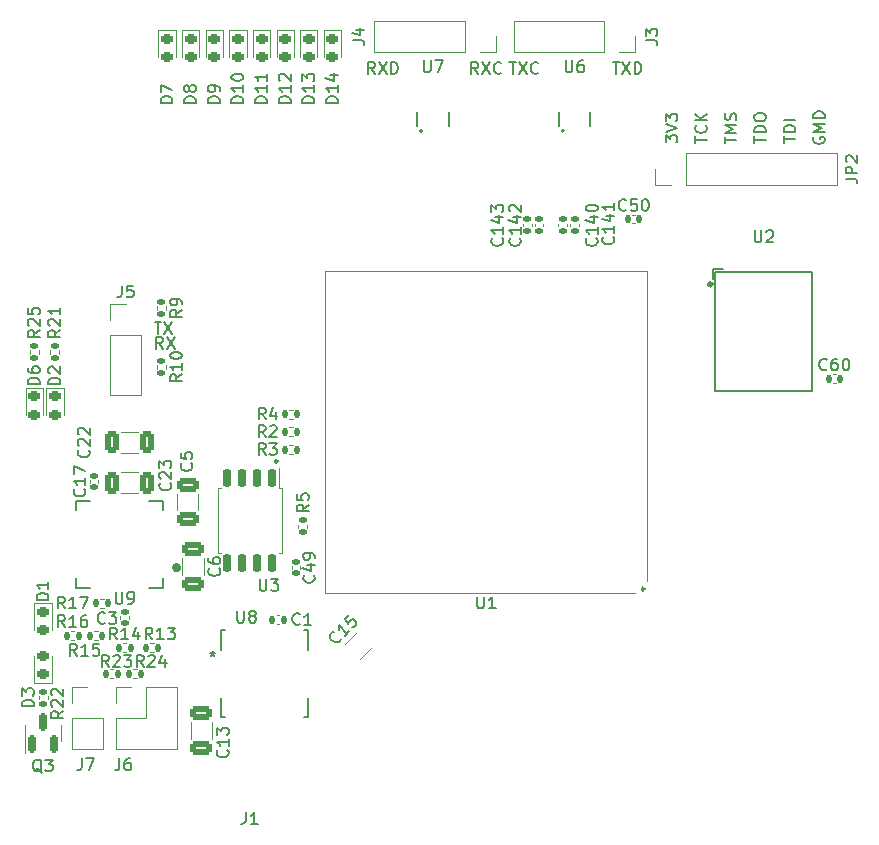
<source format=gto>
G04 #@! TF.GenerationSoftware,KiCad,Pcbnew,6.0.11+dfsg-1*
G04 #@! TF.CreationDate,2023-08-05T12:29:56+02:00*
G04 #@! TF.ProjectId,kintex-pcie,6b696e74-6578-42d7-9063-69652e6b6963,rev?*
G04 #@! TF.SameCoordinates,Original*
G04 #@! TF.FileFunction,Legend,Top*
G04 #@! TF.FilePolarity,Positive*
%FSLAX46Y46*%
G04 Gerber Fmt 4.6, Leading zero omitted, Abs format (unit mm)*
G04 Created by KiCad (PCBNEW 6.0.11+dfsg-1) date 2023-08-05 12:29:56*
%MOMM*%
%LPD*%
G01*
G04 APERTURE LIST*
G04 Aperture macros list*
%AMRoundRect*
0 Rectangle with rounded corners*
0 $1 Rounding radius*
0 $2 $3 $4 $5 $6 $7 $8 $9 X,Y pos of 4 corners*
0 Add a 4 corners polygon primitive as box body*
4,1,4,$2,$3,$4,$5,$6,$7,$8,$9,$2,$3,0*
0 Add four circle primitives for the rounded corners*
1,1,$1+$1,$2,$3*
1,1,$1+$1,$4,$5*
1,1,$1+$1,$6,$7*
1,1,$1+$1,$8,$9*
0 Add four rect primitives between the rounded corners*
20,1,$1+$1,$2,$3,$4,$5,0*
20,1,$1+$1,$4,$5,$6,$7,0*
20,1,$1+$1,$6,$7,$8,$9,0*
20,1,$1+$1,$8,$9,$2,$3,0*%
%AMFreePoly0*
4,1,9,0.550000,-0.975000,-0.550000,-0.975000,-0.550000,-0.625000,-0.050000,-0.625000,-0.050000,-0.175000,-0.550000,-0.175000,-0.550000,0.175000,0.550000,0.175000,0.550000,-0.975000,0.550000,-0.975000,$1*%
%AMFreePoly1*
4,1,9,1.750000,-0.975000,-0.550000,-0.975000,-0.550000,-0.625000,-0.050000,-0.625000,-0.050000,-0.175000,-0.550000,-0.175000,-0.550000,0.175000,1.750000,0.175000,1.750000,-0.975000,1.750000,-0.975000,$1*%
G04 Aperture macros list end*
%ADD10C,0.225000*%
%ADD11C,0.150000*%
%ADD12C,0.120000*%
%ADD13C,0.200000*%
%ADD14C,0.152400*%
%ADD15C,0.381000*%
%ADD16C,0.300000*%
%ADD17RoundRect,0.135000X-0.135000X-0.185000X0.135000X-0.185000X0.135000X0.185000X-0.135000X0.185000X0*%
%ADD18RoundRect,0.135000X0.185000X-0.135000X0.185000X0.135000X-0.185000X0.135000X-0.185000X-0.135000X0*%
%ADD19R,1.700000X1.700000*%
%ADD20O,1.700000X1.700000*%
%ADD21RoundRect,0.135000X0.135000X0.185000X-0.135000X0.185000X-0.135000X-0.185000X0.135000X-0.185000X0*%
%ADD22RoundRect,0.218750X-0.256250X0.218750X-0.256250X-0.218750X0.256250X-0.218750X0.256250X0.218750X0*%
%ADD23R,0.250000X0.610000*%
%ADD24R,0.380000X0.610000*%
%ADD25C,0.630000*%
%ADD26R,0.700000X4.300000*%
%ADD27R,0.700000X3.200000*%
%ADD28RoundRect,0.218750X0.256250X-0.218750X0.256250X0.218750X-0.256250X0.218750X-0.256250X-0.218750X0*%
%ADD29RoundRect,0.140000X0.170000X-0.140000X0.170000X0.140000X-0.170000X0.140000X-0.170000X-0.140000X0*%
%ADD30RoundRect,0.250000X0.650000X-0.325000X0.650000X0.325000X-0.650000X0.325000X-0.650000X-0.325000X0*%
%ADD31RoundRect,0.250000X0.325000X0.650000X-0.325000X0.650000X-0.325000X-0.650000X0.325000X-0.650000X0*%
%ADD32C,3.200000*%
%ADD33R,0.990600X0.355600*%
%ADD34R,0.355600X0.990600*%
%ADD35R,3.505200X3.505200*%
%ADD36RoundRect,0.140000X-0.140000X-0.170000X0.140000X-0.170000X0.140000X0.170000X-0.140000X0.170000X0*%
%ADD37RoundRect,0.135000X-0.185000X0.135000X-0.185000X-0.135000X0.185000X-0.135000X0.185000X0.135000X0*%
%ADD38RoundRect,0.150000X-0.150000X0.650000X-0.150000X-0.650000X0.150000X-0.650000X0.150000X0.650000X0*%
%ADD39FreePoly0,180.000000*%
%ADD40R,1.092200X0.355600*%
%ADD41R,0.355600X1.498600*%
%ADD42FreePoly1,270.000000*%
%ADD43FreePoly0,0.000000*%
%ADD44R,1.143000X0.812800*%
%ADD45RoundRect,0.140000X0.140000X0.170000X-0.140000X0.170000X-0.140000X-0.170000X0.140000X-0.170000X0*%
%ADD46RoundRect,0.150000X0.150000X-0.587500X0.150000X0.587500X-0.150000X0.587500X-0.150000X-0.587500X0*%
%ADD47C,0.360000*%
%ADD48RoundRect,0.140000X-0.170000X0.140000X-0.170000X-0.140000X0.170000X-0.140000X0.170000X0.140000X0*%
%ADD49RoundRect,0.250000X-0.650000X0.325000X-0.650000X-0.325000X0.650000X-0.325000X0.650000X0.325000X0*%
%ADD50RoundRect,0.250000X0.229810X-0.689429X0.689429X-0.229810X-0.229810X0.689429X-0.689429X0.229810X0*%
G04 APERTURE END LIST*
D10*
X69862500Y-88000000D02*
G75*
G03*
X69862500Y-88000000I-112500J0D01*
G01*
X100912500Y-98800000D02*
G75*
G03*
X100912500Y-98800000I-112500J0D01*
G01*
D11*
X107702380Y-61083333D02*
X107702380Y-60511904D01*
X108702380Y-60797619D02*
X107702380Y-60797619D01*
X108702380Y-60178571D02*
X107702380Y-60178571D01*
X108416666Y-59845238D01*
X107702380Y-59511904D01*
X108702380Y-59511904D01*
X108654761Y-59083333D02*
X108702380Y-58940476D01*
X108702380Y-58702380D01*
X108654761Y-58607142D01*
X108607142Y-58559523D01*
X108511904Y-58511904D01*
X108416666Y-58511904D01*
X108321428Y-58559523D01*
X108273809Y-58607142D01*
X108226190Y-58702380D01*
X108178571Y-58892857D01*
X108130952Y-58988095D01*
X108083333Y-59035714D01*
X107988095Y-59083333D01*
X107892857Y-59083333D01*
X107797619Y-59035714D01*
X107750000Y-58988095D01*
X107702380Y-58892857D01*
X107702380Y-58654761D01*
X107750000Y-58511904D01*
X102702380Y-60988095D02*
X102702380Y-60369047D01*
X103083333Y-60702380D01*
X103083333Y-60559523D01*
X103130952Y-60464285D01*
X103178571Y-60416666D01*
X103273809Y-60369047D01*
X103511904Y-60369047D01*
X103607142Y-60416666D01*
X103654761Y-60464285D01*
X103702380Y-60559523D01*
X103702380Y-60845238D01*
X103654761Y-60940476D01*
X103607142Y-60988095D01*
X102702380Y-60083333D02*
X103702380Y-59750000D01*
X102702380Y-59416666D01*
X102702380Y-59178571D02*
X102702380Y-58559523D01*
X103083333Y-58892857D01*
X103083333Y-58750000D01*
X103130952Y-58654761D01*
X103178571Y-58607142D01*
X103273809Y-58559523D01*
X103511904Y-58559523D01*
X103607142Y-58607142D01*
X103654761Y-58654761D01*
X103702380Y-58750000D01*
X103702380Y-59035714D01*
X103654761Y-59130952D01*
X103607142Y-59178571D01*
X112702380Y-61023809D02*
X112702380Y-60452380D01*
X113702380Y-60738095D02*
X112702380Y-60738095D01*
X113702380Y-60119047D02*
X112702380Y-60119047D01*
X112702380Y-59880952D01*
X112750000Y-59738095D01*
X112845238Y-59642857D01*
X112940476Y-59595238D01*
X113130952Y-59547619D01*
X113273809Y-59547619D01*
X113464285Y-59595238D01*
X113559523Y-59642857D01*
X113654761Y-59738095D01*
X113702380Y-59880952D01*
X113702380Y-60119047D01*
X113702380Y-59119047D02*
X112702380Y-59119047D01*
X59442738Y-76202380D02*
X60014166Y-76202380D01*
X59728452Y-77202380D02*
X59728452Y-76202380D01*
X60252261Y-76202380D02*
X60918928Y-77202380D01*
X60918928Y-76202380D02*
X60252261Y-77202380D01*
X105202380Y-61035714D02*
X105202380Y-60464285D01*
X106202380Y-60750000D02*
X105202380Y-60750000D01*
X106107142Y-59559523D02*
X106154761Y-59607142D01*
X106202380Y-59750000D01*
X106202380Y-59845238D01*
X106154761Y-59988095D01*
X106059523Y-60083333D01*
X105964285Y-60130952D01*
X105773809Y-60178571D01*
X105630952Y-60178571D01*
X105440476Y-60130952D01*
X105345238Y-60083333D01*
X105250000Y-59988095D01*
X105202380Y-59845238D01*
X105202380Y-59750000D01*
X105250000Y-59607142D01*
X105297619Y-59559523D01*
X106202380Y-59130952D02*
X105202380Y-59130952D01*
X106202380Y-58559523D02*
X105630952Y-58988095D01*
X105202380Y-58559523D02*
X105773809Y-59130952D01*
X86833333Y-55202380D02*
X86500000Y-54726190D01*
X86261904Y-55202380D02*
X86261904Y-54202380D01*
X86642857Y-54202380D01*
X86738095Y-54250000D01*
X86785714Y-54297619D01*
X86833333Y-54392857D01*
X86833333Y-54535714D01*
X86785714Y-54630952D01*
X86738095Y-54678571D01*
X86642857Y-54726190D01*
X86261904Y-54726190D01*
X87166666Y-54202380D02*
X87833333Y-55202380D01*
X87833333Y-54202380D02*
X87166666Y-55202380D01*
X88785714Y-55107142D02*
X88738095Y-55154761D01*
X88595238Y-55202380D01*
X88500000Y-55202380D01*
X88357142Y-55154761D01*
X88261904Y-55059523D01*
X88214285Y-54964285D01*
X88166666Y-54773809D01*
X88166666Y-54630952D01*
X88214285Y-54440476D01*
X88261904Y-54345238D01*
X88357142Y-54250000D01*
X88500000Y-54202380D01*
X88595238Y-54202380D01*
X88738095Y-54250000D01*
X88785714Y-54297619D01*
X78083333Y-55202380D02*
X77750000Y-54726190D01*
X77511904Y-55202380D02*
X77511904Y-54202380D01*
X77892857Y-54202380D01*
X77988095Y-54250000D01*
X78035714Y-54297619D01*
X78083333Y-54392857D01*
X78083333Y-54535714D01*
X78035714Y-54630952D01*
X77988095Y-54678571D01*
X77892857Y-54726190D01*
X77511904Y-54726190D01*
X78416666Y-54202380D02*
X79083333Y-55202380D01*
X79083333Y-54202380D02*
X78416666Y-55202380D01*
X79464285Y-55202380D02*
X79464285Y-54202380D01*
X79702380Y-54202380D01*
X79845238Y-54250000D01*
X79940476Y-54345238D01*
X79988095Y-54440476D01*
X80035714Y-54630952D01*
X80035714Y-54773809D01*
X79988095Y-54964285D01*
X79940476Y-55059523D01*
X79845238Y-55154761D01*
X79702380Y-55202380D01*
X79464285Y-55202380D01*
X110202380Y-61059523D02*
X110202380Y-60488095D01*
X111202380Y-60773809D02*
X110202380Y-60773809D01*
X111202380Y-60154761D02*
X110202380Y-60154761D01*
X110202380Y-59916666D01*
X110250000Y-59773809D01*
X110345238Y-59678571D01*
X110440476Y-59630952D01*
X110630952Y-59583333D01*
X110773809Y-59583333D01*
X110964285Y-59630952D01*
X111059523Y-59678571D01*
X111154761Y-59773809D01*
X111202380Y-59916666D01*
X111202380Y-60154761D01*
X110202380Y-58964285D02*
X110202380Y-58773809D01*
X110250000Y-58678571D01*
X110345238Y-58583333D01*
X110535714Y-58535714D01*
X110869047Y-58535714D01*
X111059523Y-58583333D01*
X111154761Y-58678571D01*
X111202380Y-58773809D01*
X111202380Y-58964285D01*
X111154761Y-59059523D01*
X111059523Y-59154761D01*
X110869047Y-59202380D01*
X110535714Y-59202380D01*
X110345238Y-59154761D01*
X110250000Y-59059523D01*
X110202380Y-58964285D01*
X98238095Y-54202380D02*
X98809523Y-54202380D01*
X98523809Y-55202380D02*
X98523809Y-54202380D01*
X99047619Y-54202380D02*
X99714285Y-55202380D01*
X99714285Y-54202380D02*
X99047619Y-55202380D01*
X100095238Y-55202380D02*
X100095238Y-54202380D01*
X100333333Y-54202380D01*
X100476190Y-54250000D01*
X100571428Y-54345238D01*
X100619047Y-54440476D01*
X100666666Y-54630952D01*
X100666666Y-54773809D01*
X100619047Y-54964285D01*
X100571428Y-55059523D01*
X100476190Y-55154761D01*
X100333333Y-55202380D01*
X100095238Y-55202380D01*
X60157023Y-78452380D02*
X59823690Y-77976190D01*
X59585595Y-78452380D02*
X59585595Y-77452380D01*
X59966547Y-77452380D01*
X60061785Y-77500000D01*
X60109404Y-77547619D01*
X60157023Y-77642857D01*
X60157023Y-77785714D01*
X60109404Y-77880952D01*
X60061785Y-77928571D01*
X59966547Y-77976190D01*
X59585595Y-77976190D01*
X60490357Y-77452380D02*
X61157023Y-78452380D01*
X61157023Y-77452380D02*
X60490357Y-78452380D01*
X89488095Y-54202380D02*
X90059523Y-54202380D01*
X89773809Y-55202380D02*
X89773809Y-54202380D01*
X90297619Y-54202380D02*
X90964285Y-55202380D01*
X90964285Y-54202380D02*
X90297619Y-55202380D01*
X91916666Y-55107142D02*
X91869047Y-55154761D01*
X91726190Y-55202380D01*
X91630952Y-55202380D01*
X91488095Y-55154761D01*
X91392857Y-55059523D01*
X91345238Y-54964285D01*
X91297619Y-54773809D01*
X91297619Y-54630952D01*
X91345238Y-54440476D01*
X91392857Y-54345238D01*
X91488095Y-54250000D01*
X91630952Y-54202380D01*
X91726190Y-54202380D01*
X91869047Y-54250000D01*
X91916666Y-54297619D01*
X115250000Y-60559523D02*
X115202380Y-60654761D01*
X115202380Y-60797619D01*
X115250000Y-60940476D01*
X115345238Y-61035714D01*
X115440476Y-61083333D01*
X115630952Y-61130952D01*
X115773809Y-61130952D01*
X115964285Y-61083333D01*
X116059523Y-61035714D01*
X116154761Y-60940476D01*
X116202380Y-60797619D01*
X116202380Y-60702380D01*
X116154761Y-60559523D01*
X116107142Y-60511904D01*
X115773809Y-60511904D01*
X115773809Y-60702380D01*
X116202380Y-60083333D02*
X115202380Y-60083333D01*
X115916666Y-59750000D01*
X115202380Y-59416666D01*
X116202380Y-59416666D01*
X116202380Y-58940476D02*
X115202380Y-58940476D01*
X115202380Y-58702380D01*
X115250000Y-58559523D01*
X115345238Y-58464285D01*
X115440476Y-58416666D01*
X115630952Y-58369047D01*
X115773809Y-58369047D01*
X115964285Y-58416666D01*
X116059523Y-58464285D01*
X116154761Y-58559523D01*
X116202380Y-58702380D01*
X116202380Y-58940476D01*
X51857142Y-102032380D02*
X51523809Y-101556190D01*
X51285714Y-102032380D02*
X51285714Y-101032380D01*
X51666666Y-101032380D01*
X51761904Y-101080000D01*
X51809523Y-101127619D01*
X51857142Y-101222857D01*
X51857142Y-101365714D01*
X51809523Y-101460952D01*
X51761904Y-101508571D01*
X51666666Y-101556190D01*
X51285714Y-101556190D01*
X52809523Y-102032380D02*
X52238095Y-102032380D01*
X52523809Y-102032380D02*
X52523809Y-101032380D01*
X52428571Y-101175238D01*
X52333333Y-101270476D01*
X52238095Y-101318095D01*
X53666666Y-101032380D02*
X53476190Y-101032380D01*
X53380952Y-101080000D01*
X53333333Y-101127619D01*
X53238095Y-101270476D01*
X53190476Y-101460952D01*
X53190476Y-101841904D01*
X53238095Y-101937142D01*
X53285714Y-101984761D01*
X53380952Y-102032380D01*
X53571428Y-102032380D01*
X53666666Y-101984761D01*
X53714285Y-101937142D01*
X53761904Y-101841904D01*
X53761904Y-101603809D01*
X53714285Y-101508571D01*
X53666666Y-101460952D01*
X53571428Y-101413333D01*
X53380952Y-101413333D01*
X53285714Y-101460952D01*
X53238095Y-101508571D01*
X53190476Y-101603809D01*
X61752380Y-80642857D02*
X61276190Y-80976190D01*
X61752380Y-81214285D02*
X60752380Y-81214285D01*
X60752380Y-80833333D01*
X60800000Y-80738095D01*
X60847619Y-80690476D01*
X60942857Y-80642857D01*
X61085714Y-80642857D01*
X61180952Y-80690476D01*
X61228571Y-80738095D01*
X61276190Y-80833333D01*
X61276190Y-81214285D01*
X61752380Y-79690476D02*
X61752380Y-80261904D01*
X61752380Y-79976190D02*
X60752380Y-79976190D01*
X60895238Y-80071428D01*
X60990476Y-80166666D01*
X61038095Y-80261904D01*
X60752380Y-79071428D02*
X60752380Y-78976190D01*
X60800000Y-78880952D01*
X60847619Y-78833333D01*
X60942857Y-78785714D01*
X61133333Y-78738095D01*
X61371428Y-78738095D01*
X61561904Y-78785714D01*
X61657142Y-78833333D01*
X61704761Y-78880952D01*
X61752380Y-78976190D01*
X61752380Y-79071428D01*
X61704761Y-79166666D01*
X61657142Y-79214285D01*
X61561904Y-79261904D01*
X61371428Y-79309523D01*
X61133333Y-79309523D01*
X60942857Y-79261904D01*
X60847619Y-79214285D01*
X60800000Y-79166666D01*
X60752380Y-79071428D01*
X76202380Y-52358333D02*
X76916666Y-52358333D01*
X77059523Y-52405952D01*
X77154761Y-52501190D01*
X77202380Y-52644047D01*
X77202380Y-52739285D01*
X76535714Y-51453571D02*
X77202380Y-51453571D01*
X76154761Y-51691666D02*
X76869047Y-51929761D01*
X76869047Y-51310714D01*
X117952380Y-64083333D02*
X118666666Y-64083333D01*
X118809523Y-64130952D01*
X118904761Y-64226190D01*
X118952380Y-64369047D01*
X118952380Y-64464285D01*
X118952380Y-63607142D02*
X117952380Y-63607142D01*
X117952380Y-63226190D01*
X118000000Y-63130952D01*
X118047619Y-63083333D01*
X118142857Y-63035714D01*
X118285714Y-63035714D01*
X118380952Y-63083333D01*
X118428571Y-63130952D01*
X118476190Y-63226190D01*
X118476190Y-63607142D01*
X118047619Y-62654761D02*
X118000000Y-62607142D01*
X117952380Y-62511904D01*
X117952380Y-62273809D01*
X118000000Y-62178571D01*
X118047619Y-62130952D01*
X118142857Y-62083333D01*
X118238095Y-62083333D01*
X118380952Y-62130952D01*
X118952380Y-62702380D01*
X118952380Y-62083333D01*
X58507142Y-105402380D02*
X58173809Y-104926190D01*
X57935714Y-105402380D02*
X57935714Y-104402380D01*
X58316666Y-104402380D01*
X58411904Y-104450000D01*
X58459523Y-104497619D01*
X58507142Y-104592857D01*
X58507142Y-104735714D01*
X58459523Y-104830952D01*
X58411904Y-104878571D01*
X58316666Y-104926190D01*
X57935714Y-104926190D01*
X58888095Y-104497619D02*
X58935714Y-104450000D01*
X59030952Y-104402380D01*
X59269047Y-104402380D01*
X59364285Y-104450000D01*
X59411904Y-104497619D01*
X59459523Y-104592857D01*
X59459523Y-104688095D01*
X59411904Y-104830952D01*
X58840476Y-105402380D01*
X59459523Y-105402380D01*
X60316666Y-104735714D02*
X60316666Y-105402380D01*
X60078571Y-104354761D02*
X59840476Y-105069047D01*
X60459523Y-105069047D01*
X56257142Y-103082380D02*
X55923809Y-102606190D01*
X55685714Y-103082380D02*
X55685714Y-102082380D01*
X56066666Y-102082380D01*
X56161904Y-102130000D01*
X56209523Y-102177619D01*
X56257142Y-102272857D01*
X56257142Y-102415714D01*
X56209523Y-102510952D01*
X56161904Y-102558571D01*
X56066666Y-102606190D01*
X55685714Y-102606190D01*
X57209523Y-103082380D02*
X56638095Y-103082380D01*
X56923809Y-103082380D02*
X56923809Y-102082380D01*
X56828571Y-102225238D01*
X56733333Y-102320476D01*
X56638095Y-102368095D01*
X58066666Y-102415714D02*
X58066666Y-103082380D01*
X57828571Y-102034761D02*
X57590476Y-102749047D01*
X58209523Y-102749047D01*
X72952380Y-57664404D02*
X71952380Y-57664404D01*
X71952380Y-57426309D01*
X72000000Y-57283452D01*
X72095238Y-57188214D01*
X72190476Y-57140595D01*
X72380952Y-57092976D01*
X72523809Y-57092976D01*
X72714285Y-57140595D01*
X72809523Y-57188214D01*
X72904761Y-57283452D01*
X72952380Y-57426309D01*
X72952380Y-57664404D01*
X72952380Y-56140595D02*
X72952380Y-56712023D01*
X72952380Y-56426309D02*
X71952380Y-56426309D01*
X72095238Y-56521547D01*
X72190476Y-56616785D01*
X72238095Y-56712023D01*
X71952380Y-55807261D02*
X71952380Y-55188214D01*
X72333333Y-55521547D01*
X72333333Y-55378690D01*
X72380952Y-55283452D01*
X72428571Y-55235833D01*
X72523809Y-55188214D01*
X72761904Y-55188214D01*
X72857142Y-55235833D01*
X72904761Y-55283452D01*
X72952380Y-55378690D01*
X72952380Y-55664404D01*
X72904761Y-55759642D01*
X72857142Y-55807261D01*
X94238095Y-54042380D02*
X94238095Y-54851904D01*
X94285714Y-54947142D01*
X94333333Y-54994761D01*
X94428571Y-55042380D01*
X94619047Y-55042380D01*
X94714285Y-54994761D01*
X94761904Y-54947142D01*
X94809523Y-54851904D01*
X94809523Y-54042380D01*
X95714285Y-54042380D02*
X95523809Y-54042380D01*
X95428571Y-54090000D01*
X95380952Y-54137619D01*
X95285714Y-54280476D01*
X95238095Y-54470952D01*
X95238095Y-54851904D01*
X95285714Y-54947142D01*
X95333333Y-54994761D01*
X95428571Y-55042380D01*
X95619047Y-55042380D01*
X95714285Y-54994761D01*
X95761904Y-54947142D01*
X95809523Y-54851904D01*
X95809523Y-54613809D01*
X95761904Y-54518571D01*
X95714285Y-54470952D01*
X95619047Y-54423333D01*
X95428571Y-54423333D01*
X95333333Y-54470952D01*
X95285714Y-54518571D01*
X95238095Y-54613809D01*
X66952380Y-57664404D02*
X65952380Y-57664404D01*
X65952380Y-57426309D01*
X66000000Y-57283452D01*
X66095238Y-57188214D01*
X66190476Y-57140595D01*
X66380952Y-57092976D01*
X66523809Y-57092976D01*
X66714285Y-57140595D01*
X66809523Y-57188214D01*
X66904761Y-57283452D01*
X66952380Y-57426309D01*
X66952380Y-57664404D01*
X66952380Y-56140595D02*
X66952380Y-56712023D01*
X66952380Y-56426309D02*
X65952380Y-56426309D01*
X66095238Y-56521547D01*
X66190476Y-56616785D01*
X66238095Y-56712023D01*
X65952380Y-55521547D02*
X65952380Y-55426309D01*
X66000000Y-55331071D01*
X66047619Y-55283452D01*
X66142857Y-55235833D01*
X66333333Y-55188214D01*
X66571428Y-55188214D01*
X66761904Y-55235833D01*
X66857142Y-55283452D01*
X66904761Y-55331071D01*
X66952380Y-55426309D01*
X66952380Y-55521547D01*
X66904761Y-55616785D01*
X66857142Y-55664404D01*
X66761904Y-55712023D01*
X66571428Y-55759642D01*
X66333333Y-55759642D01*
X66142857Y-55712023D01*
X66047619Y-55664404D01*
X66000000Y-55616785D01*
X65952380Y-55521547D01*
X101022380Y-52358333D02*
X101736666Y-52358333D01*
X101879523Y-52405952D01*
X101974761Y-52501190D01*
X102022380Y-52644047D01*
X102022380Y-52739285D01*
X101022380Y-51977380D02*
X101022380Y-51358333D01*
X101403333Y-51691666D01*
X101403333Y-51548809D01*
X101450952Y-51453571D01*
X101498571Y-51405952D01*
X101593809Y-51358333D01*
X101831904Y-51358333D01*
X101927142Y-51405952D01*
X101974761Y-51453571D01*
X102022380Y-51548809D01*
X102022380Y-51834523D01*
X101974761Y-51929761D01*
X101927142Y-51977380D01*
X52857142Y-104452380D02*
X52523809Y-103976190D01*
X52285714Y-104452380D02*
X52285714Y-103452380D01*
X52666666Y-103452380D01*
X52761904Y-103500000D01*
X52809523Y-103547619D01*
X52857142Y-103642857D01*
X52857142Y-103785714D01*
X52809523Y-103880952D01*
X52761904Y-103928571D01*
X52666666Y-103976190D01*
X52285714Y-103976190D01*
X53809523Y-104452380D02*
X53238095Y-104452380D01*
X53523809Y-104452380D02*
X53523809Y-103452380D01*
X53428571Y-103595238D01*
X53333333Y-103690476D01*
X53238095Y-103738095D01*
X54714285Y-103452380D02*
X54238095Y-103452380D01*
X54190476Y-103928571D01*
X54238095Y-103880952D01*
X54333333Y-103833333D01*
X54571428Y-103833333D01*
X54666666Y-103880952D01*
X54714285Y-103928571D01*
X54761904Y-104023809D01*
X54761904Y-104261904D01*
X54714285Y-104357142D01*
X54666666Y-104404761D01*
X54571428Y-104452380D01*
X54333333Y-104452380D01*
X54238095Y-104404761D01*
X54190476Y-104357142D01*
X82238095Y-54042380D02*
X82238095Y-54851904D01*
X82285714Y-54947142D01*
X82333333Y-54994761D01*
X82428571Y-55042380D01*
X82619047Y-55042380D01*
X82714285Y-54994761D01*
X82761904Y-54947142D01*
X82809523Y-54851904D01*
X82809523Y-54042380D01*
X83190476Y-54042380D02*
X83857142Y-54042380D01*
X83428571Y-55042380D01*
X86738095Y-99452380D02*
X86738095Y-100261904D01*
X86785714Y-100357142D01*
X86833333Y-100404761D01*
X86928571Y-100452380D01*
X87119047Y-100452380D01*
X87214285Y-100404761D01*
X87261904Y-100357142D01*
X87309523Y-100261904D01*
X87309523Y-99452380D01*
X88309523Y-100452380D02*
X87738095Y-100452380D01*
X88023809Y-100452380D02*
X88023809Y-99452380D01*
X87928571Y-99595238D01*
X87833333Y-99690476D01*
X87738095Y-99738095D01*
X56666666Y-73122380D02*
X56666666Y-73836666D01*
X56619047Y-73979523D01*
X56523809Y-74074761D01*
X56380952Y-74122380D01*
X56285714Y-74122380D01*
X57619047Y-73122380D02*
X57142857Y-73122380D01*
X57095238Y-73598571D01*
X57142857Y-73550952D01*
X57238095Y-73503333D01*
X57476190Y-73503333D01*
X57571428Y-73550952D01*
X57619047Y-73598571D01*
X57666666Y-73693809D01*
X57666666Y-73931904D01*
X57619047Y-74027142D01*
X57571428Y-74074761D01*
X57476190Y-74122380D01*
X57238095Y-74122380D01*
X57142857Y-74074761D01*
X57095238Y-74027142D01*
X67166666Y-117702380D02*
X67166666Y-118416666D01*
X67119047Y-118559523D01*
X67023809Y-118654761D01*
X66880952Y-118702380D01*
X66785714Y-118702380D01*
X68166666Y-118702380D02*
X67595238Y-118702380D01*
X67880952Y-118702380D02*
X67880952Y-117702380D01*
X67785714Y-117845238D01*
X67690476Y-117940476D01*
X67595238Y-117988095D01*
X49202380Y-108738095D02*
X48202380Y-108738095D01*
X48202380Y-108500000D01*
X48250000Y-108357142D01*
X48345238Y-108261904D01*
X48440476Y-108214285D01*
X48630952Y-108166666D01*
X48773809Y-108166666D01*
X48964285Y-108214285D01*
X49059523Y-108261904D01*
X49154761Y-108357142D01*
X49202380Y-108500000D01*
X49202380Y-108738095D01*
X48202380Y-107833333D02*
X48202380Y-107214285D01*
X48583333Y-107547619D01*
X48583333Y-107404761D01*
X48630952Y-107309523D01*
X48678571Y-107261904D01*
X48773809Y-107214285D01*
X49011904Y-107214285D01*
X49107142Y-107261904D01*
X49154761Y-107309523D01*
X49202380Y-107404761D01*
X49202380Y-107690476D01*
X49154761Y-107785714D01*
X49107142Y-107833333D01*
X55557142Y-105402380D02*
X55223809Y-104926190D01*
X54985714Y-105402380D02*
X54985714Y-104402380D01*
X55366666Y-104402380D01*
X55461904Y-104450000D01*
X55509523Y-104497619D01*
X55557142Y-104592857D01*
X55557142Y-104735714D01*
X55509523Y-104830952D01*
X55461904Y-104878571D01*
X55366666Y-104926190D01*
X54985714Y-104926190D01*
X55938095Y-104497619D02*
X55985714Y-104450000D01*
X56080952Y-104402380D01*
X56319047Y-104402380D01*
X56414285Y-104450000D01*
X56461904Y-104497619D01*
X56509523Y-104592857D01*
X56509523Y-104688095D01*
X56461904Y-104830952D01*
X55890476Y-105402380D01*
X56509523Y-105402380D01*
X56842857Y-104402380D02*
X57461904Y-104402380D01*
X57128571Y-104783333D01*
X57271428Y-104783333D01*
X57366666Y-104830952D01*
X57414285Y-104878571D01*
X57461904Y-104973809D01*
X57461904Y-105211904D01*
X57414285Y-105307142D01*
X57366666Y-105354761D01*
X57271428Y-105402380D01*
X56985714Y-105402380D01*
X56890476Y-105354761D01*
X56842857Y-105307142D01*
X60952380Y-57664404D02*
X59952380Y-57664404D01*
X59952380Y-57426309D01*
X60000000Y-57283452D01*
X60095238Y-57188214D01*
X60190476Y-57140595D01*
X60380952Y-57092976D01*
X60523809Y-57092976D01*
X60714285Y-57140595D01*
X60809523Y-57188214D01*
X60904761Y-57283452D01*
X60952380Y-57426309D01*
X60952380Y-57664404D01*
X59952380Y-56759642D02*
X59952380Y-56092976D01*
X60952380Y-56521547D01*
X55233333Y-101657142D02*
X55185714Y-101704761D01*
X55042857Y-101752380D01*
X54947619Y-101752380D01*
X54804761Y-101704761D01*
X54709523Y-101609523D01*
X54661904Y-101514285D01*
X54614285Y-101323809D01*
X54614285Y-101180952D01*
X54661904Y-100990476D01*
X54709523Y-100895238D01*
X54804761Y-100800000D01*
X54947619Y-100752380D01*
X55042857Y-100752380D01*
X55185714Y-100800000D01*
X55233333Y-100847619D01*
X55566666Y-100752380D02*
X56185714Y-100752380D01*
X55852380Y-101133333D01*
X55995238Y-101133333D01*
X56090476Y-101180952D01*
X56138095Y-101228571D01*
X56185714Y-101323809D01*
X56185714Y-101561904D01*
X56138095Y-101657142D01*
X56090476Y-101704761D01*
X55995238Y-101752380D01*
X55709523Y-101752380D01*
X55614285Y-101704761D01*
X55566666Y-101657142D01*
X62557142Y-88166666D02*
X62604761Y-88214285D01*
X62652380Y-88357142D01*
X62652380Y-88452380D01*
X62604761Y-88595238D01*
X62509523Y-88690476D01*
X62414285Y-88738095D01*
X62223809Y-88785714D01*
X62080952Y-88785714D01*
X61890476Y-88738095D01*
X61795238Y-88690476D01*
X61700000Y-88595238D01*
X61652380Y-88452380D01*
X61652380Y-88357142D01*
X61700000Y-88214285D01*
X61747619Y-88166666D01*
X61652380Y-87261904D02*
X61652380Y-87738095D01*
X62128571Y-87785714D01*
X62080952Y-87738095D01*
X62033333Y-87642857D01*
X62033333Y-87404761D01*
X62080952Y-87309523D01*
X62128571Y-87261904D01*
X62223809Y-87214285D01*
X62461904Y-87214285D01*
X62557142Y-87261904D01*
X62604761Y-87309523D01*
X62652380Y-87404761D01*
X62652380Y-87642857D01*
X62604761Y-87738095D01*
X62557142Y-87785714D01*
X53857142Y-87042857D02*
X53904761Y-87090476D01*
X53952380Y-87233333D01*
X53952380Y-87328571D01*
X53904761Y-87471428D01*
X53809523Y-87566666D01*
X53714285Y-87614285D01*
X53523809Y-87661904D01*
X53380952Y-87661904D01*
X53190476Y-87614285D01*
X53095238Y-87566666D01*
X53000000Y-87471428D01*
X52952380Y-87328571D01*
X52952380Y-87233333D01*
X53000000Y-87090476D01*
X53047619Y-87042857D01*
X53047619Y-86661904D02*
X53000000Y-86614285D01*
X52952380Y-86519047D01*
X52952380Y-86280952D01*
X53000000Y-86185714D01*
X53047619Y-86138095D01*
X53142857Y-86090476D01*
X53238095Y-86090476D01*
X53380952Y-86138095D01*
X53952380Y-86709523D01*
X53952380Y-86090476D01*
X53047619Y-85709523D02*
X53000000Y-85661904D01*
X52952380Y-85566666D01*
X52952380Y-85328571D01*
X53000000Y-85233333D01*
X53047619Y-85185714D01*
X53142857Y-85138095D01*
X53238095Y-85138095D01*
X53380952Y-85185714D01*
X53952380Y-85757142D01*
X53952380Y-85138095D01*
X53497142Y-90342857D02*
X53544761Y-90390476D01*
X53592380Y-90533333D01*
X53592380Y-90628571D01*
X53544761Y-90771428D01*
X53449523Y-90866666D01*
X53354285Y-90914285D01*
X53163809Y-90961904D01*
X53020952Y-90961904D01*
X52830476Y-90914285D01*
X52735238Y-90866666D01*
X52640000Y-90771428D01*
X52592380Y-90628571D01*
X52592380Y-90533333D01*
X52640000Y-90390476D01*
X52687619Y-90342857D01*
X53592380Y-89390476D02*
X53592380Y-89961904D01*
X53592380Y-89676190D02*
X52592380Y-89676190D01*
X52735238Y-89771428D01*
X52830476Y-89866666D01*
X52878095Y-89961904D01*
X52592380Y-89057142D02*
X52592380Y-88390476D01*
X53592380Y-88819047D01*
X68833333Y-87452380D02*
X68500000Y-86976190D01*
X68261904Y-87452380D02*
X68261904Y-86452380D01*
X68642857Y-86452380D01*
X68738095Y-86500000D01*
X68785714Y-86547619D01*
X68833333Y-86642857D01*
X68833333Y-86785714D01*
X68785714Y-86880952D01*
X68738095Y-86928571D01*
X68642857Y-86976190D01*
X68261904Y-86976190D01*
X69166666Y-86452380D02*
X69785714Y-86452380D01*
X69452380Y-86833333D01*
X69595238Y-86833333D01*
X69690476Y-86880952D01*
X69738095Y-86928571D01*
X69785714Y-87023809D01*
X69785714Y-87261904D01*
X69738095Y-87357142D01*
X69690476Y-87404761D01*
X69595238Y-87452380D01*
X69309523Y-87452380D01*
X69214285Y-87404761D01*
X69166666Y-87357142D01*
X66438095Y-100652380D02*
X66438095Y-101461904D01*
X66485714Y-101557142D01*
X66533333Y-101604761D01*
X66628571Y-101652380D01*
X66819047Y-101652380D01*
X66914285Y-101604761D01*
X66961904Y-101557142D01*
X67009523Y-101461904D01*
X67009523Y-100652380D01*
X67628571Y-101080952D02*
X67533333Y-101033333D01*
X67485714Y-100985714D01*
X67438095Y-100890476D01*
X67438095Y-100842857D01*
X67485714Y-100747619D01*
X67533333Y-100700000D01*
X67628571Y-100652380D01*
X67819047Y-100652380D01*
X67914285Y-100700000D01*
X67961904Y-100747619D01*
X68009523Y-100842857D01*
X68009523Y-100890476D01*
X67961904Y-100985714D01*
X67914285Y-101033333D01*
X67819047Y-101080952D01*
X67628571Y-101080952D01*
X67533333Y-101128571D01*
X67485714Y-101176190D01*
X67438095Y-101271428D01*
X67438095Y-101461904D01*
X67485714Y-101557142D01*
X67533333Y-101604761D01*
X67628571Y-101652380D01*
X67819047Y-101652380D01*
X67914285Y-101604761D01*
X67961904Y-101557142D01*
X68009523Y-101461904D01*
X68009523Y-101271428D01*
X67961904Y-101176190D01*
X67914285Y-101128571D01*
X67819047Y-101080952D01*
X64350000Y-104052380D02*
X64350000Y-104290476D01*
X64111904Y-104195238D02*
X64350000Y-104290476D01*
X64588095Y-104195238D01*
X64207142Y-104480952D02*
X64350000Y-104290476D01*
X64492857Y-104480952D01*
X99357142Y-66697142D02*
X99309523Y-66744761D01*
X99166666Y-66792380D01*
X99071428Y-66792380D01*
X98928571Y-66744761D01*
X98833333Y-66649523D01*
X98785714Y-66554285D01*
X98738095Y-66363809D01*
X98738095Y-66220952D01*
X98785714Y-66030476D01*
X98833333Y-65935238D01*
X98928571Y-65840000D01*
X99071428Y-65792380D01*
X99166666Y-65792380D01*
X99309523Y-65840000D01*
X99357142Y-65887619D01*
X100261904Y-65792380D02*
X99785714Y-65792380D01*
X99738095Y-66268571D01*
X99785714Y-66220952D01*
X99880952Y-66173333D01*
X100119047Y-66173333D01*
X100214285Y-66220952D01*
X100261904Y-66268571D01*
X100309523Y-66363809D01*
X100309523Y-66601904D01*
X100261904Y-66697142D01*
X100214285Y-66744761D01*
X100119047Y-66792380D01*
X99880952Y-66792380D01*
X99785714Y-66744761D01*
X99738095Y-66697142D01*
X100928571Y-65792380D02*
X101023809Y-65792380D01*
X101119047Y-65840000D01*
X101166666Y-65887619D01*
X101214285Y-65982857D01*
X101261904Y-66173333D01*
X101261904Y-66411428D01*
X101214285Y-66601904D01*
X101166666Y-66697142D01*
X101119047Y-66744761D01*
X101023809Y-66792380D01*
X100928571Y-66792380D01*
X100833333Y-66744761D01*
X100785714Y-66697142D01*
X100738095Y-66601904D01*
X100690476Y-66411428D01*
X100690476Y-66173333D01*
X100738095Y-65982857D01*
X100785714Y-65887619D01*
X100833333Y-65840000D01*
X100928571Y-65792380D01*
X61752380Y-75166666D02*
X61276190Y-75500000D01*
X61752380Y-75738095D02*
X60752380Y-75738095D01*
X60752380Y-75357142D01*
X60800000Y-75261904D01*
X60847619Y-75214285D01*
X60942857Y-75166666D01*
X61085714Y-75166666D01*
X61180952Y-75214285D01*
X61228571Y-75261904D01*
X61276190Y-75357142D01*
X61276190Y-75738095D01*
X61752380Y-74690476D02*
X61752380Y-74500000D01*
X61704761Y-74404761D01*
X61657142Y-74357142D01*
X61514285Y-74261904D01*
X61323809Y-74214285D01*
X60942857Y-74214285D01*
X60847619Y-74261904D01*
X60800000Y-74309523D01*
X60752380Y-74404761D01*
X60752380Y-74595238D01*
X60800000Y-74690476D01*
X60847619Y-74738095D01*
X60942857Y-74785714D01*
X61180952Y-74785714D01*
X61276190Y-74738095D01*
X61323809Y-74690476D01*
X61371428Y-74595238D01*
X61371428Y-74404761D01*
X61323809Y-74309523D01*
X61276190Y-74261904D01*
X61180952Y-74214285D01*
X98257142Y-69019047D02*
X98304761Y-69066666D01*
X98352380Y-69209523D01*
X98352380Y-69304761D01*
X98304761Y-69447619D01*
X98209523Y-69542857D01*
X98114285Y-69590476D01*
X97923809Y-69638095D01*
X97780952Y-69638095D01*
X97590476Y-69590476D01*
X97495238Y-69542857D01*
X97400000Y-69447619D01*
X97352380Y-69304761D01*
X97352380Y-69209523D01*
X97400000Y-69066666D01*
X97447619Y-69019047D01*
X98352380Y-68066666D02*
X98352380Y-68638095D01*
X98352380Y-68352380D02*
X97352380Y-68352380D01*
X97495238Y-68447619D01*
X97590476Y-68542857D01*
X97638095Y-68638095D01*
X97685714Y-67209523D02*
X98352380Y-67209523D01*
X97304761Y-67447619D02*
X98019047Y-67685714D01*
X98019047Y-67066666D01*
X98352380Y-66161904D02*
X98352380Y-66733333D01*
X98352380Y-66447619D02*
X97352380Y-66447619D01*
X97495238Y-66542857D01*
X97590476Y-66638095D01*
X97638095Y-66733333D01*
X68338095Y-97952380D02*
X68338095Y-98761904D01*
X68385714Y-98857142D01*
X68433333Y-98904761D01*
X68528571Y-98952380D01*
X68719047Y-98952380D01*
X68814285Y-98904761D01*
X68861904Y-98857142D01*
X68909523Y-98761904D01*
X68909523Y-97952380D01*
X69290476Y-97952380D02*
X69909523Y-97952380D01*
X69576190Y-98333333D01*
X69719047Y-98333333D01*
X69814285Y-98380952D01*
X69861904Y-98428571D01*
X69909523Y-98523809D01*
X69909523Y-98761904D01*
X69861904Y-98857142D01*
X69814285Y-98904761D01*
X69719047Y-98952380D01*
X69433333Y-98952380D01*
X69338095Y-98904761D01*
X69290476Y-98857142D01*
X56138095Y-99052380D02*
X56138095Y-99861904D01*
X56185714Y-99957142D01*
X56233333Y-100004761D01*
X56328571Y-100052380D01*
X56519047Y-100052380D01*
X56614285Y-100004761D01*
X56661904Y-99957142D01*
X56709523Y-99861904D01*
X56709523Y-99052380D01*
X57233333Y-100052380D02*
X57423809Y-100052380D01*
X57519047Y-100004761D01*
X57566666Y-99957142D01*
X57661904Y-99814285D01*
X57709523Y-99623809D01*
X57709523Y-99242857D01*
X57661904Y-99147619D01*
X57614285Y-99100000D01*
X57519047Y-99052380D01*
X57328571Y-99052380D01*
X57233333Y-99100000D01*
X57185714Y-99147619D01*
X57138095Y-99242857D01*
X57138095Y-99480952D01*
X57185714Y-99576190D01*
X57233333Y-99623809D01*
X57328571Y-99671428D01*
X57519047Y-99671428D01*
X57614285Y-99623809D01*
X57661904Y-99576190D01*
X57709523Y-99480952D01*
X49702380Y-76892857D02*
X49226190Y-77226190D01*
X49702380Y-77464285D02*
X48702380Y-77464285D01*
X48702380Y-77083333D01*
X48750000Y-76988095D01*
X48797619Y-76940476D01*
X48892857Y-76892857D01*
X49035714Y-76892857D01*
X49130952Y-76940476D01*
X49178571Y-76988095D01*
X49226190Y-77083333D01*
X49226190Y-77464285D01*
X48797619Y-76511904D02*
X48750000Y-76464285D01*
X48702380Y-76369047D01*
X48702380Y-76130952D01*
X48750000Y-76035714D01*
X48797619Y-75988095D01*
X48892857Y-75940476D01*
X48988095Y-75940476D01*
X49130952Y-75988095D01*
X49702380Y-76559523D01*
X49702380Y-75940476D01*
X48702380Y-75035714D02*
X48702380Y-75511904D01*
X49178571Y-75559523D01*
X49130952Y-75511904D01*
X49083333Y-75416666D01*
X49083333Y-75178571D01*
X49130952Y-75083333D01*
X49178571Y-75035714D01*
X49273809Y-74988095D01*
X49511904Y-74988095D01*
X49607142Y-75035714D01*
X49654761Y-75083333D01*
X49702380Y-75178571D01*
X49702380Y-75416666D01*
X49654761Y-75511904D01*
X49607142Y-75559523D01*
X60757142Y-89842857D02*
X60804761Y-89890476D01*
X60852380Y-90033333D01*
X60852380Y-90128571D01*
X60804761Y-90271428D01*
X60709523Y-90366666D01*
X60614285Y-90414285D01*
X60423809Y-90461904D01*
X60280952Y-90461904D01*
X60090476Y-90414285D01*
X59995238Y-90366666D01*
X59900000Y-90271428D01*
X59852380Y-90128571D01*
X59852380Y-90033333D01*
X59900000Y-89890476D01*
X59947619Y-89842857D01*
X59947619Y-89461904D02*
X59900000Y-89414285D01*
X59852380Y-89319047D01*
X59852380Y-89080952D01*
X59900000Y-88985714D01*
X59947619Y-88938095D01*
X60042857Y-88890476D01*
X60138095Y-88890476D01*
X60280952Y-88938095D01*
X60852380Y-89509523D01*
X60852380Y-88890476D01*
X59852380Y-88557142D02*
X59852380Y-87938095D01*
X60233333Y-88271428D01*
X60233333Y-88128571D01*
X60280952Y-88033333D01*
X60328571Y-87985714D01*
X60423809Y-87938095D01*
X60661904Y-87938095D01*
X60757142Y-87985714D01*
X60804761Y-88033333D01*
X60852380Y-88128571D01*
X60852380Y-88414285D01*
X60804761Y-88509523D01*
X60757142Y-88557142D01*
X71733333Y-101757142D02*
X71685714Y-101804761D01*
X71542857Y-101852380D01*
X71447619Y-101852380D01*
X71304761Y-101804761D01*
X71209523Y-101709523D01*
X71161904Y-101614285D01*
X71114285Y-101423809D01*
X71114285Y-101280952D01*
X71161904Y-101090476D01*
X71209523Y-100995238D01*
X71304761Y-100900000D01*
X71447619Y-100852380D01*
X71542857Y-100852380D01*
X71685714Y-100900000D01*
X71733333Y-100947619D01*
X72685714Y-101852380D02*
X72114285Y-101852380D01*
X72400000Y-101852380D02*
X72400000Y-100852380D01*
X72304761Y-100995238D01*
X72209523Y-101090476D01*
X72114285Y-101138095D01*
X68833333Y-85952380D02*
X68500000Y-85476190D01*
X68261904Y-85952380D02*
X68261904Y-84952380D01*
X68642857Y-84952380D01*
X68738095Y-85000000D01*
X68785714Y-85047619D01*
X68833333Y-85142857D01*
X68833333Y-85285714D01*
X68785714Y-85380952D01*
X68738095Y-85428571D01*
X68642857Y-85476190D01*
X68261904Y-85476190D01*
X69214285Y-85047619D02*
X69261904Y-85000000D01*
X69357142Y-84952380D01*
X69595238Y-84952380D01*
X69690476Y-85000000D01*
X69738095Y-85047619D01*
X69785714Y-85142857D01*
X69785714Y-85238095D01*
X69738095Y-85380952D01*
X69166666Y-85952380D01*
X69785714Y-85952380D01*
X62952380Y-57664404D02*
X61952380Y-57664404D01*
X61952380Y-57426309D01*
X62000000Y-57283452D01*
X62095238Y-57188214D01*
X62190476Y-57140595D01*
X62380952Y-57092976D01*
X62523809Y-57092976D01*
X62714285Y-57140595D01*
X62809523Y-57188214D01*
X62904761Y-57283452D01*
X62952380Y-57426309D01*
X62952380Y-57664404D01*
X62380952Y-56521547D02*
X62333333Y-56616785D01*
X62285714Y-56664404D01*
X62190476Y-56712023D01*
X62142857Y-56712023D01*
X62047619Y-56664404D01*
X62000000Y-56616785D01*
X61952380Y-56521547D01*
X61952380Y-56331071D01*
X62000000Y-56235833D01*
X62047619Y-56188214D01*
X62142857Y-56140595D01*
X62190476Y-56140595D01*
X62285714Y-56188214D01*
X62333333Y-56235833D01*
X62380952Y-56331071D01*
X62380952Y-56521547D01*
X62428571Y-56616785D01*
X62476190Y-56664404D01*
X62571428Y-56712023D01*
X62761904Y-56712023D01*
X62857142Y-56664404D01*
X62904761Y-56616785D01*
X62952380Y-56521547D01*
X62952380Y-56331071D01*
X62904761Y-56235833D01*
X62857142Y-56188214D01*
X62761904Y-56140595D01*
X62571428Y-56140595D01*
X62476190Y-56188214D01*
X62428571Y-56235833D01*
X62380952Y-56331071D01*
X51452380Y-76892857D02*
X50976190Y-77226190D01*
X51452380Y-77464285D02*
X50452380Y-77464285D01*
X50452380Y-77083333D01*
X50500000Y-76988095D01*
X50547619Y-76940476D01*
X50642857Y-76892857D01*
X50785714Y-76892857D01*
X50880952Y-76940476D01*
X50928571Y-76988095D01*
X50976190Y-77083333D01*
X50976190Y-77464285D01*
X50547619Y-76511904D02*
X50500000Y-76464285D01*
X50452380Y-76369047D01*
X50452380Y-76130952D01*
X50500000Y-76035714D01*
X50547619Y-75988095D01*
X50642857Y-75940476D01*
X50738095Y-75940476D01*
X50880952Y-75988095D01*
X51452380Y-76559523D01*
X51452380Y-75940476D01*
X51452380Y-74988095D02*
X51452380Y-75559523D01*
X51452380Y-75273809D02*
X50452380Y-75273809D01*
X50595238Y-75369047D01*
X50690476Y-75464285D01*
X50738095Y-75559523D01*
X49702380Y-81488095D02*
X48702380Y-81488095D01*
X48702380Y-81250000D01*
X48750000Y-81107142D01*
X48845238Y-81011904D01*
X48940476Y-80964285D01*
X49130952Y-80916666D01*
X49273809Y-80916666D01*
X49464285Y-80964285D01*
X49559523Y-81011904D01*
X49654761Y-81107142D01*
X49702380Y-81250000D01*
X49702380Y-81488095D01*
X48702380Y-80059523D02*
X48702380Y-80250000D01*
X48750000Y-80345238D01*
X48797619Y-80392857D01*
X48940476Y-80488095D01*
X49130952Y-80535714D01*
X49511904Y-80535714D01*
X49607142Y-80488095D01*
X49654761Y-80440476D01*
X49702380Y-80345238D01*
X49702380Y-80154761D01*
X49654761Y-80059523D01*
X49607142Y-80011904D01*
X49511904Y-79964285D01*
X49273809Y-79964285D01*
X49178571Y-80011904D01*
X49130952Y-80059523D01*
X49083333Y-80154761D01*
X49083333Y-80345238D01*
X49130952Y-80440476D01*
X49178571Y-80488095D01*
X49273809Y-80535714D01*
X68833333Y-84452380D02*
X68500000Y-83976190D01*
X68261904Y-84452380D02*
X68261904Y-83452380D01*
X68642857Y-83452380D01*
X68738095Y-83500000D01*
X68785714Y-83547619D01*
X68833333Y-83642857D01*
X68833333Y-83785714D01*
X68785714Y-83880952D01*
X68738095Y-83928571D01*
X68642857Y-83976190D01*
X68261904Y-83976190D01*
X69690476Y-83785714D02*
X69690476Y-84452380D01*
X69452380Y-83404761D02*
X69214285Y-84119047D01*
X69833333Y-84119047D01*
X96857142Y-69119047D02*
X96904761Y-69166666D01*
X96952380Y-69309523D01*
X96952380Y-69404761D01*
X96904761Y-69547619D01*
X96809523Y-69642857D01*
X96714285Y-69690476D01*
X96523809Y-69738095D01*
X96380952Y-69738095D01*
X96190476Y-69690476D01*
X96095238Y-69642857D01*
X96000000Y-69547619D01*
X95952380Y-69404761D01*
X95952380Y-69309523D01*
X96000000Y-69166666D01*
X96047619Y-69119047D01*
X96952380Y-68166666D02*
X96952380Y-68738095D01*
X96952380Y-68452380D02*
X95952380Y-68452380D01*
X96095238Y-68547619D01*
X96190476Y-68642857D01*
X96238095Y-68738095D01*
X96285714Y-67309523D02*
X96952380Y-67309523D01*
X95904761Y-67547619D02*
X96619047Y-67785714D01*
X96619047Y-67166666D01*
X95952380Y-66595238D02*
X95952380Y-66500000D01*
X96000000Y-66404761D01*
X96047619Y-66357142D01*
X96142857Y-66309523D01*
X96333333Y-66261904D01*
X96571428Y-66261904D01*
X96761904Y-66309523D01*
X96857142Y-66357142D01*
X96904761Y-66404761D01*
X96952380Y-66500000D01*
X96952380Y-66595238D01*
X96904761Y-66690476D01*
X96857142Y-66738095D01*
X96761904Y-66785714D01*
X96571428Y-66833333D01*
X96333333Y-66833333D01*
X96142857Y-66785714D01*
X96047619Y-66738095D01*
X96000000Y-66690476D01*
X95952380Y-66595238D01*
X64952380Y-57664404D02*
X63952380Y-57664404D01*
X63952380Y-57426309D01*
X64000000Y-57283452D01*
X64095238Y-57188214D01*
X64190476Y-57140595D01*
X64380952Y-57092976D01*
X64523809Y-57092976D01*
X64714285Y-57140595D01*
X64809523Y-57188214D01*
X64904761Y-57283452D01*
X64952380Y-57426309D01*
X64952380Y-57664404D01*
X64952380Y-56616785D02*
X64952380Y-56426309D01*
X64904761Y-56331071D01*
X64857142Y-56283452D01*
X64714285Y-56188214D01*
X64523809Y-56140595D01*
X64142857Y-56140595D01*
X64047619Y-56188214D01*
X64000000Y-56235833D01*
X63952380Y-56331071D01*
X63952380Y-56521547D01*
X64000000Y-56616785D01*
X64047619Y-56664404D01*
X64142857Y-56712023D01*
X64380952Y-56712023D01*
X64476190Y-56664404D01*
X64523809Y-56616785D01*
X64571428Y-56521547D01*
X64571428Y-56331071D01*
X64523809Y-56235833D01*
X64476190Y-56188214D01*
X64380952Y-56140595D01*
X72492380Y-91666666D02*
X72016190Y-92000000D01*
X72492380Y-92238095D02*
X71492380Y-92238095D01*
X71492380Y-91857142D01*
X71540000Y-91761904D01*
X71587619Y-91714285D01*
X71682857Y-91666666D01*
X71825714Y-91666666D01*
X71920952Y-91714285D01*
X71968571Y-91761904D01*
X72016190Y-91857142D01*
X72016190Y-92238095D01*
X71492380Y-90761904D02*
X71492380Y-91238095D01*
X71968571Y-91285714D01*
X71920952Y-91238095D01*
X71873333Y-91142857D01*
X71873333Y-90904761D01*
X71920952Y-90809523D01*
X71968571Y-90761904D01*
X72063809Y-90714285D01*
X72301904Y-90714285D01*
X72397142Y-90761904D01*
X72444761Y-90809523D01*
X72492380Y-90904761D01*
X72492380Y-91142857D01*
X72444761Y-91238095D01*
X72397142Y-91285714D01*
X59257142Y-103082380D02*
X58923809Y-102606190D01*
X58685714Y-103082380D02*
X58685714Y-102082380D01*
X59066666Y-102082380D01*
X59161904Y-102130000D01*
X59209523Y-102177619D01*
X59257142Y-102272857D01*
X59257142Y-102415714D01*
X59209523Y-102510952D01*
X59161904Y-102558571D01*
X59066666Y-102606190D01*
X58685714Y-102606190D01*
X60209523Y-103082380D02*
X59638095Y-103082380D01*
X59923809Y-103082380D02*
X59923809Y-102082380D01*
X59828571Y-102225238D01*
X59733333Y-102320476D01*
X59638095Y-102368095D01*
X60542857Y-102082380D02*
X61161904Y-102082380D01*
X60828571Y-102463333D01*
X60971428Y-102463333D01*
X61066666Y-102510952D01*
X61114285Y-102558571D01*
X61161904Y-102653809D01*
X61161904Y-102891904D01*
X61114285Y-102987142D01*
X61066666Y-103034761D01*
X60971428Y-103082380D01*
X60685714Y-103082380D01*
X60590476Y-103034761D01*
X60542857Y-102987142D01*
X53266666Y-113152380D02*
X53266666Y-113866666D01*
X53219047Y-114009523D01*
X53123809Y-114104761D01*
X52980952Y-114152380D01*
X52885714Y-114152380D01*
X53647619Y-113152380D02*
X54314285Y-113152380D01*
X53885714Y-114152380D01*
X68952380Y-57664404D02*
X67952380Y-57664404D01*
X67952380Y-57426309D01*
X68000000Y-57283452D01*
X68095238Y-57188214D01*
X68190476Y-57140595D01*
X68380952Y-57092976D01*
X68523809Y-57092976D01*
X68714285Y-57140595D01*
X68809523Y-57188214D01*
X68904761Y-57283452D01*
X68952380Y-57426309D01*
X68952380Y-57664404D01*
X68952380Y-56140595D02*
X68952380Y-56712023D01*
X68952380Y-56426309D02*
X67952380Y-56426309D01*
X68095238Y-56521547D01*
X68190476Y-56616785D01*
X68238095Y-56712023D01*
X68952380Y-55188214D02*
X68952380Y-55759642D01*
X68952380Y-55473928D02*
X67952380Y-55473928D01*
X68095238Y-55569166D01*
X68190476Y-55664404D01*
X68238095Y-55759642D01*
X51452380Y-81488095D02*
X50452380Y-81488095D01*
X50452380Y-81250000D01*
X50500000Y-81107142D01*
X50595238Y-81011904D01*
X50690476Y-80964285D01*
X50880952Y-80916666D01*
X51023809Y-80916666D01*
X51214285Y-80964285D01*
X51309523Y-81011904D01*
X51404761Y-81107142D01*
X51452380Y-81250000D01*
X51452380Y-81488095D01*
X50547619Y-80535714D02*
X50500000Y-80488095D01*
X50452380Y-80392857D01*
X50452380Y-80154761D01*
X50500000Y-80059523D01*
X50547619Y-80011904D01*
X50642857Y-79964285D01*
X50738095Y-79964285D01*
X50880952Y-80011904D01*
X51452380Y-80583333D01*
X51452380Y-79964285D01*
X56466666Y-113152380D02*
X56466666Y-113866666D01*
X56419047Y-114009523D01*
X56323809Y-114104761D01*
X56180952Y-114152380D01*
X56085714Y-114152380D01*
X57371428Y-113152380D02*
X57180952Y-113152380D01*
X57085714Y-113200000D01*
X57038095Y-113247619D01*
X56942857Y-113390476D01*
X56895238Y-113580952D01*
X56895238Y-113961904D01*
X56942857Y-114057142D01*
X56990476Y-114104761D01*
X57085714Y-114152380D01*
X57276190Y-114152380D01*
X57371428Y-114104761D01*
X57419047Y-114057142D01*
X57466666Y-113961904D01*
X57466666Y-113723809D01*
X57419047Y-113628571D01*
X57371428Y-113580952D01*
X57276190Y-113533333D01*
X57085714Y-113533333D01*
X56990476Y-113580952D01*
X56942857Y-113628571D01*
X56895238Y-113723809D01*
X51702380Y-109142857D02*
X51226190Y-109476190D01*
X51702380Y-109714285D02*
X50702380Y-109714285D01*
X50702380Y-109333333D01*
X50750000Y-109238095D01*
X50797619Y-109190476D01*
X50892857Y-109142857D01*
X51035714Y-109142857D01*
X51130952Y-109190476D01*
X51178571Y-109238095D01*
X51226190Y-109333333D01*
X51226190Y-109714285D01*
X50797619Y-108761904D02*
X50750000Y-108714285D01*
X50702380Y-108619047D01*
X50702380Y-108380952D01*
X50750000Y-108285714D01*
X50797619Y-108238095D01*
X50892857Y-108190476D01*
X50988095Y-108190476D01*
X51130952Y-108238095D01*
X51702380Y-108809523D01*
X51702380Y-108190476D01*
X50797619Y-107809523D02*
X50750000Y-107761904D01*
X50702380Y-107666666D01*
X50702380Y-107428571D01*
X50750000Y-107333333D01*
X50797619Y-107285714D01*
X50892857Y-107238095D01*
X50988095Y-107238095D01*
X51130952Y-107285714D01*
X51702380Y-107857142D01*
X51702380Y-107238095D01*
X49904761Y-114347619D02*
X49809523Y-114300000D01*
X49714285Y-114204761D01*
X49571428Y-114061904D01*
X49476190Y-114014285D01*
X49380952Y-114014285D01*
X49428571Y-114252380D02*
X49333333Y-114204761D01*
X49238095Y-114109523D01*
X49190476Y-113919047D01*
X49190476Y-113585714D01*
X49238095Y-113395238D01*
X49333333Y-113300000D01*
X49428571Y-113252380D01*
X49619047Y-113252380D01*
X49714285Y-113300000D01*
X49809523Y-113395238D01*
X49857142Y-113585714D01*
X49857142Y-113919047D01*
X49809523Y-114109523D01*
X49714285Y-114204761D01*
X49619047Y-114252380D01*
X49428571Y-114252380D01*
X50190476Y-113252380D02*
X50809523Y-113252380D01*
X50476190Y-113633333D01*
X50619047Y-113633333D01*
X50714285Y-113680952D01*
X50761904Y-113728571D01*
X50809523Y-113823809D01*
X50809523Y-114061904D01*
X50761904Y-114157142D01*
X50714285Y-114204761D01*
X50619047Y-114252380D01*
X50333333Y-114252380D01*
X50238095Y-114204761D01*
X50190476Y-114157142D01*
X110238095Y-68452380D02*
X110238095Y-69261904D01*
X110285714Y-69357142D01*
X110333333Y-69404761D01*
X110428571Y-69452380D01*
X110619047Y-69452380D01*
X110714285Y-69404761D01*
X110761904Y-69357142D01*
X110809523Y-69261904D01*
X110809523Y-68452380D01*
X111238095Y-68547619D02*
X111285714Y-68500000D01*
X111380952Y-68452380D01*
X111619047Y-68452380D01*
X111714285Y-68500000D01*
X111761904Y-68547619D01*
X111809523Y-68642857D01*
X111809523Y-68738095D01*
X111761904Y-68880952D01*
X111190476Y-69452380D01*
X111809523Y-69452380D01*
X70952380Y-57664404D02*
X69952380Y-57664404D01*
X69952380Y-57426309D01*
X70000000Y-57283452D01*
X70095238Y-57188214D01*
X70190476Y-57140595D01*
X70380952Y-57092976D01*
X70523809Y-57092976D01*
X70714285Y-57140595D01*
X70809523Y-57188214D01*
X70904761Y-57283452D01*
X70952380Y-57426309D01*
X70952380Y-57664404D01*
X70952380Y-56140595D02*
X70952380Y-56712023D01*
X70952380Y-56426309D02*
X69952380Y-56426309D01*
X70095238Y-56521547D01*
X70190476Y-56616785D01*
X70238095Y-56712023D01*
X70047619Y-55759642D02*
X70000000Y-55712023D01*
X69952380Y-55616785D01*
X69952380Y-55378690D01*
X70000000Y-55283452D01*
X70047619Y-55235833D01*
X70142857Y-55188214D01*
X70238095Y-55188214D01*
X70380952Y-55235833D01*
X70952380Y-55807261D01*
X70952380Y-55188214D01*
X50452380Y-99738095D02*
X49452380Y-99738095D01*
X49452380Y-99500000D01*
X49500000Y-99357142D01*
X49595238Y-99261904D01*
X49690476Y-99214285D01*
X49880952Y-99166666D01*
X50023809Y-99166666D01*
X50214285Y-99214285D01*
X50309523Y-99261904D01*
X50404761Y-99357142D01*
X50452380Y-99500000D01*
X50452380Y-99738095D01*
X50452380Y-98214285D02*
X50452380Y-98785714D01*
X50452380Y-98500000D02*
X49452380Y-98500000D01*
X49595238Y-98595238D01*
X49690476Y-98690476D01*
X49738095Y-98785714D01*
X74952380Y-57664404D02*
X73952380Y-57664404D01*
X73952380Y-57426309D01*
X74000000Y-57283452D01*
X74095238Y-57188214D01*
X74190476Y-57140595D01*
X74380952Y-57092976D01*
X74523809Y-57092976D01*
X74714285Y-57140595D01*
X74809523Y-57188214D01*
X74904761Y-57283452D01*
X74952380Y-57426309D01*
X74952380Y-57664404D01*
X74952380Y-56140595D02*
X74952380Y-56712023D01*
X74952380Y-56426309D02*
X73952380Y-56426309D01*
X74095238Y-56521547D01*
X74190476Y-56616785D01*
X74238095Y-56712023D01*
X74285714Y-55283452D02*
X74952380Y-55283452D01*
X73904761Y-55521547D02*
X74619047Y-55759642D01*
X74619047Y-55140595D01*
X72917142Y-97642857D02*
X72964761Y-97690476D01*
X73012380Y-97833333D01*
X73012380Y-97928571D01*
X72964761Y-98071428D01*
X72869523Y-98166666D01*
X72774285Y-98214285D01*
X72583809Y-98261904D01*
X72440952Y-98261904D01*
X72250476Y-98214285D01*
X72155238Y-98166666D01*
X72060000Y-98071428D01*
X72012380Y-97928571D01*
X72012380Y-97833333D01*
X72060000Y-97690476D01*
X72107619Y-97642857D01*
X72345714Y-96785714D02*
X73012380Y-96785714D01*
X71964761Y-97023809D02*
X72679047Y-97261904D01*
X72679047Y-96642857D01*
X73012380Y-96214285D02*
X73012380Y-96023809D01*
X72964761Y-95928571D01*
X72917142Y-95880952D01*
X72774285Y-95785714D01*
X72583809Y-95738095D01*
X72202857Y-95738095D01*
X72107619Y-95785714D01*
X72060000Y-95833333D01*
X72012380Y-95928571D01*
X72012380Y-96119047D01*
X72060000Y-96214285D01*
X72107619Y-96261904D01*
X72202857Y-96309523D01*
X72440952Y-96309523D01*
X72536190Y-96261904D01*
X72583809Y-96214285D01*
X72631428Y-96119047D01*
X72631428Y-95928571D01*
X72583809Y-95833333D01*
X72536190Y-95785714D01*
X72440952Y-95738095D01*
X90357142Y-69119047D02*
X90404761Y-69166666D01*
X90452380Y-69309523D01*
X90452380Y-69404761D01*
X90404761Y-69547619D01*
X90309523Y-69642857D01*
X90214285Y-69690476D01*
X90023809Y-69738095D01*
X89880952Y-69738095D01*
X89690476Y-69690476D01*
X89595238Y-69642857D01*
X89500000Y-69547619D01*
X89452380Y-69404761D01*
X89452380Y-69309523D01*
X89500000Y-69166666D01*
X89547619Y-69119047D01*
X90452380Y-68166666D02*
X90452380Y-68738095D01*
X90452380Y-68452380D02*
X89452380Y-68452380D01*
X89595238Y-68547619D01*
X89690476Y-68642857D01*
X89738095Y-68738095D01*
X89785714Y-67309523D02*
X90452380Y-67309523D01*
X89404761Y-67547619D02*
X90119047Y-67785714D01*
X90119047Y-67166666D01*
X89547619Y-66833333D02*
X89500000Y-66785714D01*
X89452380Y-66690476D01*
X89452380Y-66452380D01*
X89500000Y-66357142D01*
X89547619Y-66309523D01*
X89642857Y-66261904D01*
X89738095Y-66261904D01*
X89880952Y-66309523D01*
X90452380Y-66880952D01*
X90452380Y-66261904D01*
X64907142Y-97066666D02*
X64954761Y-97114285D01*
X65002380Y-97257142D01*
X65002380Y-97352380D01*
X64954761Y-97495238D01*
X64859523Y-97590476D01*
X64764285Y-97638095D01*
X64573809Y-97685714D01*
X64430952Y-97685714D01*
X64240476Y-97638095D01*
X64145238Y-97590476D01*
X64050000Y-97495238D01*
X64002380Y-97352380D01*
X64002380Y-97257142D01*
X64050000Y-97114285D01*
X64097619Y-97066666D01*
X64002380Y-96209523D02*
X64002380Y-96400000D01*
X64050000Y-96495238D01*
X64097619Y-96542857D01*
X64240476Y-96638095D01*
X64430952Y-96685714D01*
X64811904Y-96685714D01*
X64907142Y-96638095D01*
X64954761Y-96590476D01*
X65002380Y-96495238D01*
X65002380Y-96304761D01*
X64954761Y-96209523D01*
X64907142Y-96161904D01*
X64811904Y-96114285D01*
X64573809Y-96114285D01*
X64478571Y-96161904D01*
X64430952Y-96209523D01*
X64383333Y-96304761D01*
X64383333Y-96495238D01*
X64430952Y-96590476D01*
X64478571Y-96638095D01*
X64573809Y-96685714D01*
X51857142Y-100452380D02*
X51523809Y-99976190D01*
X51285714Y-100452380D02*
X51285714Y-99452380D01*
X51666666Y-99452380D01*
X51761904Y-99500000D01*
X51809523Y-99547619D01*
X51857142Y-99642857D01*
X51857142Y-99785714D01*
X51809523Y-99880952D01*
X51761904Y-99928571D01*
X51666666Y-99976190D01*
X51285714Y-99976190D01*
X52809523Y-100452380D02*
X52238095Y-100452380D01*
X52523809Y-100452380D02*
X52523809Y-99452380D01*
X52428571Y-99595238D01*
X52333333Y-99690476D01*
X52238095Y-99738095D01*
X53142857Y-99452380D02*
X53809523Y-99452380D01*
X53380952Y-100452380D01*
X75189821Y-102998958D02*
X75189821Y-103066302D01*
X75122477Y-103200989D01*
X75055134Y-103268332D01*
X74920447Y-103335676D01*
X74785760Y-103335676D01*
X74684745Y-103302004D01*
X74516386Y-103200989D01*
X74415371Y-103099974D01*
X74314355Y-102931615D01*
X74280684Y-102830600D01*
X74280684Y-102695913D01*
X74348027Y-102561226D01*
X74415371Y-102493882D01*
X74550058Y-102426539D01*
X74617401Y-102426539D01*
X75930600Y-102392867D02*
X75526539Y-102796928D01*
X75728569Y-102594897D02*
X75021462Y-101887790D01*
X75055134Y-102056149D01*
X75055134Y-102190836D01*
X75021462Y-102291852D01*
X75863256Y-101045997D02*
X75526539Y-101382714D01*
X75829584Y-101753103D01*
X75829584Y-101685760D01*
X75863256Y-101584745D01*
X76031615Y-101416386D01*
X76132630Y-101382714D01*
X76199974Y-101382714D01*
X76300989Y-101416386D01*
X76469348Y-101584745D01*
X76503019Y-101685760D01*
X76503019Y-101753103D01*
X76469348Y-101854119D01*
X76300989Y-102022477D01*
X76199974Y-102056149D01*
X76132630Y-102056149D01*
X116357142Y-80197142D02*
X116309523Y-80244761D01*
X116166666Y-80292380D01*
X116071428Y-80292380D01*
X115928571Y-80244761D01*
X115833333Y-80149523D01*
X115785714Y-80054285D01*
X115738095Y-79863809D01*
X115738095Y-79720952D01*
X115785714Y-79530476D01*
X115833333Y-79435238D01*
X115928571Y-79340000D01*
X116071428Y-79292380D01*
X116166666Y-79292380D01*
X116309523Y-79340000D01*
X116357142Y-79387619D01*
X117214285Y-79292380D02*
X117023809Y-79292380D01*
X116928571Y-79340000D01*
X116880952Y-79387619D01*
X116785714Y-79530476D01*
X116738095Y-79720952D01*
X116738095Y-80101904D01*
X116785714Y-80197142D01*
X116833333Y-80244761D01*
X116928571Y-80292380D01*
X117119047Y-80292380D01*
X117214285Y-80244761D01*
X117261904Y-80197142D01*
X117309523Y-80101904D01*
X117309523Y-79863809D01*
X117261904Y-79768571D01*
X117214285Y-79720952D01*
X117119047Y-79673333D01*
X116928571Y-79673333D01*
X116833333Y-79720952D01*
X116785714Y-79768571D01*
X116738095Y-79863809D01*
X117928571Y-79292380D02*
X118023809Y-79292380D01*
X118119047Y-79340000D01*
X118166666Y-79387619D01*
X118214285Y-79482857D01*
X118261904Y-79673333D01*
X118261904Y-79911428D01*
X118214285Y-80101904D01*
X118166666Y-80197142D01*
X118119047Y-80244761D01*
X118023809Y-80292380D01*
X117928571Y-80292380D01*
X117833333Y-80244761D01*
X117785714Y-80197142D01*
X117738095Y-80101904D01*
X117690476Y-79911428D01*
X117690476Y-79673333D01*
X117738095Y-79482857D01*
X117785714Y-79387619D01*
X117833333Y-79340000D01*
X117928571Y-79292380D01*
X88857142Y-69119047D02*
X88904761Y-69166666D01*
X88952380Y-69309523D01*
X88952380Y-69404761D01*
X88904761Y-69547619D01*
X88809523Y-69642857D01*
X88714285Y-69690476D01*
X88523809Y-69738095D01*
X88380952Y-69738095D01*
X88190476Y-69690476D01*
X88095238Y-69642857D01*
X88000000Y-69547619D01*
X87952380Y-69404761D01*
X87952380Y-69309523D01*
X88000000Y-69166666D01*
X88047619Y-69119047D01*
X88952380Y-68166666D02*
X88952380Y-68738095D01*
X88952380Y-68452380D02*
X87952380Y-68452380D01*
X88095238Y-68547619D01*
X88190476Y-68642857D01*
X88238095Y-68738095D01*
X88285714Y-67309523D02*
X88952380Y-67309523D01*
X87904761Y-67547619D02*
X88619047Y-67785714D01*
X88619047Y-67166666D01*
X87952380Y-66880952D02*
X87952380Y-66261904D01*
X88333333Y-66595238D01*
X88333333Y-66452380D01*
X88380952Y-66357142D01*
X88428571Y-66309523D01*
X88523809Y-66261904D01*
X88761904Y-66261904D01*
X88857142Y-66309523D01*
X88904761Y-66357142D01*
X88952380Y-66452380D01*
X88952380Y-66738095D01*
X88904761Y-66833333D01*
X88857142Y-66880952D01*
X65607142Y-112442857D02*
X65654761Y-112490476D01*
X65702380Y-112633333D01*
X65702380Y-112728571D01*
X65654761Y-112871428D01*
X65559523Y-112966666D01*
X65464285Y-113014285D01*
X65273809Y-113061904D01*
X65130952Y-113061904D01*
X64940476Y-113014285D01*
X64845238Y-112966666D01*
X64750000Y-112871428D01*
X64702380Y-112728571D01*
X64702380Y-112633333D01*
X64750000Y-112490476D01*
X64797619Y-112442857D01*
X65702380Y-111490476D02*
X65702380Y-112061904D01*
X65702380Y-111776190D02*
X64702380Y-111776190D01*
X64845238Y-111871428D01*
X64940476Y-111966666D01*
X64988095Y-112061904D01*
X64702380Y-111157142D02*
X64702380Y-110538095D01*
X65083333Y-110871428D01*
X65083333Y-110728571D01*
X65130952Y-110633333D01*
X65178571Y-110585714D01*
X65273809Y-110538095D01*
X65511904Y-110538095D01*
X65607142Y-110585714D01*
X65654761Y-110633333D01*
X65702380Y-110728571D01*
X65702380Y-111014285D01*
X65654761Y-111109523D01*
X65607142Y-111157142D01*
D12*
X52346359Y-102370000D02*
X52653641Y-102370000D01*
X52346359Y-103130000D02*
X52653641Y-103130000D01*
X60380000Y-80153641D02*
X60380000Y-79846359D01*
X59620000Y-80153641D02*
X59620000Y-79846359D01*
X88320000Y-52025000D02*
X88320000Y-53355000D01*
X85720000Y-50695000D02*
X85720000Y-53355000D01*
X85720000Y-53355000D02*
X78040000Y-53355000D01*
X78040000Y-50695000D02*
X78040000Y-53355000D01*
X85720000Y-50695000D02*
X78040000Y-50695000D01*
X88320000Y-53355000D02*
X86990000Y-53355000D01*
X104420000Y-64580000D02*
X117180000Y-64580000D01*
X104420000Y-64580000D02*
X104420000Y-61920000D01*
X101820000Y-64580000D02*
X101820000Y-63250000D01*
X104420000Y-61920000D02*
X117180000Y-61920000D01*
X103150000Y-64580000D02*
X101820000Y-64580000D01*
X117180000Y-64580000D02*
X117180000Y-61920000D01*
X57953641Y-106380000D02*
X57646359Y-106380000D01*
X57953641Y-105620000D02*
X57646359Y-105620000D01*
X56746359Y-103420000D02*
X57053641Y-103420000D01*
X56746359Y-104180000D02*
X57053641Y-104180000D01*
X73235000Y-53800000D02*
X73235000Y-51515000D01*
X71765000Y-51515000D02*
X71765000Y-53800000D01*
X73235000Y-51515000D02*
X71765000Y-51515000D01*
D11*
X93670000Y-59580000D02*
X93670000Y-58420000D01*
X96330000Y-58420000D02*
X96330000Y-59580000D01*
D13*
X94100000Y-60020000D02*
G75*
G03*
X94100000Y-60020000I-100000J0D01*
G01*
D12*
X65765000Y-51515000D02*
X65765000Y-53800000D01*
X67235000Y-51515000D02*
X65765000Y-51515000D01*
X67235000Y-53800000D02*
X67235000Y-51515000D01*
X97530000Y-50695000D02*
X97530000Y-53355000D01*
X100130000Y-53355000D02*
X98800000Y-53355000D01*
X89850000Y-50695000D02*
X89850000Y-53355000D01*
X97530000Y-50695000D02*
X89850000Y-50695000D01*
X100130000Y-52025000D02*
X100130000Y-53355000D01*
X97530000Y-53355000D02*
X89850000Y-53355000D01*
X54336359Y-103130000D02*
X54643641Y-103130000D01*
X54336359Y-102370000D02*
X54643641Y-102370000D01*
D11*
X84330000Y-58420000D02*
X84330000Y-59580000D01*
X81670000Y-59580000D02*
X81670000Y-58420000D01*
D13*
X82100000Y-60020000D02*
G75*
G03*
X82100000Y-60020000I-100000J0D01*
G01*
D12*
X73890000Y-99110000D02*
X73890000Y-71890000D01*
X101110000Y-71890000D02*
X101110000Y-98110000D01*
X100110000Y-99110000D02*
X73890000Y-99110000D01*
X73890000Y-71890000D02*
X101110000Y-71890000D01*
X55670000Y-82410000D02*
X58330000Y-82410000D01*
X55670000Y-74670000D02*
X57000000Y-74670000D01*
X55670000Y-77270000D02*
X58330000Y-77270000D01*
X55670000Y-77270000D02*
X55670000Y-82410000D01*
X58330000Y-77270000D02*
X58330000Y-82410000D01*
X55670000Y-76000000D02*
X55670000Y-74670000D01*
X50735000Y-106735000D02*
X50735000Y-104450000D01*
X49265000Y-104450000D02*
X49265000Y-106735000D01*
X49265000Y-106735000D02*
X50735000Y-106735000D01*
X55953641Y-105620000D02*
X55646359Y-105620000D01*
X55953641Y-106380000D02*
X55646359Y-106380000D01*
X61235000Y-51515000D02*
X59765000Y-51515000D01*
X59765000Y-51515000D02*
X59765000Y-53800000D01*
X61235000Y-53800000D02*
X61235000Y-51515000D01*
X56540000Y-101307836D02*
X56540000Y-101092164D01*
X57260000Y-101307836D02*
X57260000Y-101092164D01*
X61320000Y-92151252D02*
X61320000Y-90728748D01*
X63140000Y-92151252D02*
X63140000Y-90728748D01*
X58011252Y-87310000D02*
X56588748Y-87310000D01*
X58011252Y-85490000D02*
X56588748Y-85490000D01*
X54660000Y-89807836D02*
X54660000Y-89592164D01*
X53940000Y-89807836D02*
X53940000Y-89592164D01*
X71153641Y-87380000D02*
X70846359Y-87380000D01*
X71153641Y-86620000D02*
X70846359Y-86620000D01*
D14*
X65067000Y-109683000D02*
X65383712Y-109683000D01*
X72433000Y-109683000D02*
X72433000Y-108066288D01*
X65383712Y-102317000D02*
X65067000Y-102317000D01*
X72116288Y-109683000D02*
X72433000Y-109683000D01*
X72433000Y-102317000D02*
X72116288Y-102317000D01*
X65067000Y-102317000D02*
X65067000Y-103933712D01*
X65067000Y-108066288D02*
X65067000Y-109683000D01*
X72433000Y-103933712D02*
X72433000Y-102317000D01*
D12*
X99892164Y-67140000D02*
X100107836Y-67140000D01*
X99892164Y-67860000D02*
X100107836Y-67860000D01*
X60380000Y-74846359D02*
X60380000Y-75153641D01*
X59620000Y-74846359D02*
X59620000Y-75153641D01*
X95360000Y-68107836D02*
X95360000Y-67892164D01*
X94640000Y-68107836D02*
X94640000Y-67892164D01*
X70225000Y-90275000D02*
X69965000Y-90275000D01*
X64775000Y-90275000D02*
X65035000Y-90275000D01*
X64775000Y-93000000D02*
X64775000Y-90275000D01*
X64775000Y-95725000D02*
X65035000Y-95725000D01*
X69965000Y-90275000D02*
X69965000Y-88600000D01*
X70225000Y-93000000D02*
X70225000Y-95725000D01*
X70225000Y-93000000D02*
X70225000Y-90275000D01*
X64775000Y-93000000D02*
X64775000Y-95725000D01*
X70225000Y-95725000D02*
X69965000Y-95725000D01*
D14*
X52817000Y-97910540D02*
X52817000Y-98683000D01*
X52817000Y-98683000D02*
X53989461Y-98683000D01*
X60183000Y-92089460D02*
X60183000Y-91317000D01*
X60183000Y-91317000D02*
X59010790Y-91317000D01*
X60183000Y-98683000D02*
X60183000Y-97910540D01*
X53989210Y-91317000D02*
X52817000Y-91317000D01*
X59010541Y-98683000D02*
X60183000Y-98683000D01*
X52817000Y-91317000D02*
X52817000Y-92089460D01*
D15*
X61490500Y-97000000D02*
G75*
G03*
X61490500Y-97000000I-190500J0D01*
G01*
D12*
X49630000Y-78903641D02*
X49630000Y-78596359D01*
X48870000Y-78903641D02*
X48870000Y-78596359D01*
X58011252Y-88890000D02*
X56588748Y-88890000D01*
X58011252Y-90710000D02*
X56588748Y-90710000D01*
X70007836Y-101760000D02*
X69792164Y-101760000D01*
X70007836Y-101040000D02*
X69792164Y-101040000D01*
X71153641Y-85880000D02*
X70846359Y-85880000D01*
X71153641Y-85120000D02*
X70846359Y-85120000D01*
X63235000Y-53800000D02*
X63235000Y-51515000D01*
X61765000Y-51515000D02*
X61765000Y-53800000D01*
X63235000Y-51515000D02*
X61765000Y-51515000D01*
X50620000Y-78903641D02*
X50620000Y-78596359D01*
X51380000Y-78903641D02*
X51380000Y-78596359D01*
X49985000Y-84050000D02*
X49985000Y-81765000D01*
X48515000Y-81765000D02*
X48515000Y-84050000D01*
X49985000Y-81765000D02*
X48515000Y-81765000D01*
X71153641Y-83620000D02*
X70846359Y-83620000D01*
X71153641Y-84380000D02*
X70846359Y-84380000D01*
X94360000Y-68107836D02*
X94360000Y-67892164D01*
X93640000Y-68107836D02*
X93640000Y-67892164D01*
X65235000Y-51515000D02*
X63765000Y-51515000D01*
X63765000Y-51515000D02*
X63765000Y-53800000D01*
X65235000Y-53800000D02*
X65235000Y-51515000D01*
X71620000Y-93346359D02*
X71620000Y-93653641D01*
X72380000Y-93346359D02*
X72380000Y-93653641D01*
X59046359Y-103420000D02*
X59353641Y-103420000D01*
X59046359Y-104180000D02*
X59353641Y-104180000D01*
X52420000Y-109740000D02*
X55080000Y-109740000D01*
X52420000Y-109740000D02*
X52420000Y-112340000D01*
X52420000Y-112340000D02*
X55080000Y-112340000D01*
X52420000Y-108470000D02*
X52420000Y-107140000D01*
X55080000Y-109740000D02*
X55080000Y-112340000D01*
X52420000Y-107140000D02*
X53750000Y-107140000D01*
X69235000Y-51515000D02*
X67765000Y-51515000D01*
X67765000Y-51515000D02*
X67765000Y-53800000D01*
X69235000Y-53800000D02*
X69235000Y-51515000D01*
X51735000Y-81765000D02*
X50265000Y-81765000D01*
X50265000Y-81765000D02*
X50265000Y-84050000D01*
X51735000Y-84050000D02*
X51735000Y-81765000D01*
X61345000Y-107145000D02*
X61345000Y-112345000D01*
X58745000Y-107145000D02*
X61345000Y-107145000D01*
X56145000Y-109745000D02*
X56145000Y-112345000D01*
X56145000Y-109745000D02*
X58745000Y-109745000D01*
X58745000Y-109745000D02*
X58745000Y-107145000D01*
X56145000Y-112345000D02*
X61345000Y-112345000D01*
X56145000Y-108475000D02*
X56145000Y-107145000D01*
X56145000Y-107145000D02*
X57475000Y-107145000D01*
X49620000Y-107846359D02*
X49620000Y-108153641D01*
X50380000Y-107846359D02*
X50380000Y-108153641D01*
X51560000Y-111000000D02*
X51560000Y-111650000D01*
X51560000Y-111000000D02*
X51560000Y-110350000D01*
X48440000Y-111000000D02*
X48440000Y-110350000D01*
X48440000Y-111000000D02*
X48440000Y-112675000D01*
D11*
X115080000Y-71930000D02*
X115080000Y-82080000D01*
X107570000Y-71700000D02*
X106700000Y-71700000D01*
X115080000Y-82080000D02*
X106930000Y-82080000D01*
X106930000Y-82080000D02*
X106930000Y-71930000D01*
X106700000Y-71700000D02*
X106700000Y-72570000D01*
X106930000Y-71930000D02*
X115080000Y-71930000D01*
D16*
X106630000Y-73000000D02*
G75*
G03*
X106630000Y-73000000I-150000J0D01*
G01*
D12*
X71235000Y-53800000D02*
X71235000Y-51515000D01*
X69765000Y-51515000D02*
X69765000Y-53800000D01*
X71235000Y-51515000D02*
X69765000Y-51515000D01*
X50735000Y-102300000D02*
X50735000Y-100015000D01*
X50735000Y-100015000D02*
X49265000Y-100015000D01*
X49265000Y-100015000D02*
X49265000Y-102300000D01*
X75235000Y-51515000D02*
X73765000Y-51515000D01*
X75235000Y-53800000D02*
X75235000Y-51515000D01*
X73765000Y-51515000D02*
X73765000Y-53800000D01*
X71040000Y-96892164D02*
X71040000Y-97107836D01*
X71760000Y-96892164D02*
X71760000Y-97107836D01*
X91640000Y-68107836D02*
X91640000Y-67892164D01*
X92360000Y-68107836D02*
X92360000Y-67892164D01*
X61790000Y-96188748D02*
X61790000Y-97611252D01*
X63610000Y-96188748D02*
X63610000Y-97611252D01*
X55153641Y-99620000D02*
X54846359Y-99620000D01*
X55153641Y-100380000D02*
X54846359Y-100380000D01*
X76840536Y-104746398D02*
X77846398Y-103740536D01*
X75553602Y-103459464D02*
X76559464Y-102453602D01*
X116892164Y-81360000D02*
X117107836Y-81360000D01*
X116892164Y-80640000D02*
X117107836Y-80640000D01*
X90640000Y-68107836D02*
X90640000Y-67892164D01*
X91360000Y-68107836D02*
X91360000Y-67892164D01*
X62490000Y-110088748D02*
X62490000Y-111511252D01*
X64310000Y-110088748D02*
X64310000Y-111511252D01*
%LPC*%
D17*
X51990000Y-102750000D03*
X53010000Y-102750000D03*
D18*
X60000000Y-80510000D03*
X60000000Y-79490000D03*
D19*
X86990000Y-52025000D03*
D20*
X84450000Y-52025000D03*
X81910000Y-52025000D03*
X79370000Y-52025000D03*
D19*
X103150000Y-63250000D03*
D20*
X105690000Y-63250000D03*
X108230000Y-63250000D03*
X110770000Y-63250000D03*
X113310000Y-63250000D03*
X115850000Y-63250000D03*
D21*
X58310000Y-106000000D03*
X57290000Y-106000000D03*
D17*
X56390000Y-103800000D03*
X57410000Y-103800000D03*
D22*
X72500000Y-52212500D03*
X72500000Y-53787500D03*
D23*
X94000000Y-59410000D03*
X94500000Y-59410000D03*
D24*
X95000000Y-59410000D03*
D23*
X95500000Y-59410000D03*
X96000000Y-59410000D03*
X96000000Y-58590000D03*
X95500000Y-58590000D03*
D24*
X95000000Y-58590000D03*
D23*
X94500000Y-58590000D03*
X94000000Y-58590000D03*
D22*
X66500000Y-52212500D03*
X66500000Y-53787500D03*
D19*
X98800000Y-52025000D03*
D20*
X96260000Y-52025000D03*
X93720000Y-52025000D03*
X91180000Y-52025000D03*
D17*
X53980000Y-102750000D03*
X55000000Y-102750000D03*
D23*
X82000000Y-59410000D03*
X82500000Y-59410000D03*
D24*
X83000000Y-59410000D03*
D23*
X83500000Y-59410000D03*
X84000000Y-59410000D03*
X84000000Y-58590000D03*
X83500000Y-58590000D03*
D24*
X83000000Y-58590000D03*
D23*
X82500000Y-58590000D03*
X82000000Y-58590000D03*
D25*
X100000000Y-98000000D03*
X99000000Y-98000000D03*
X98000000Y-98000000D03*
X97000000Y-98000000D03*
X96000000Y-98000000D03*
X95000000Y-98000000D03*
X94000000Y-98000000D03*
X93000000Y-98000000D03*
X92000000Y-98000000D03*
X91000000Y-98000000D03*
X90000000Y-98000000D03*
X89000000Y-98000000D03*
X88000000Y-98000000D03*
X87000000Y-98000000D03*
X86000000Y-98000000D03*
X85000000Y-98000000D03*
X84000000Y-98000000D03*
X83000000Y-98000000D03*
X82000000Y-98000000D03*
X81000000Y-98000000D03*
X80000000Y-98000000D03*
X79000000Y-98000000D03*
X78000000Y-98000000D03*
X77000000Y-98000000D03*
X76000000Y-98000000D03*
X75000000Y-98000000D03*
X100000000Y-78000000D03*
X99000000Y-78000000D03*
X98000000Y-78000000D03*
X97000000Y-78000000D03*
X96000000Y-78000000D03*
X95000000Y-78000000D03*
X94000000Y-78000000D03*
X93000000Y-78000000D03*
X92000000Y-78000000D03*
X91000000Y-78000000D03*
X90000000Y-78000000D03*
X89000000Y-78000000D03*
X88000000Y-78000000D03*
X87000000Y-78000000D03*
X86000000Y-78000000D03*
X85000000Y-78000000D03*
X84000000Y-78000000D03*
X83000000Y-78000000D03*
X82000000Y-78000000D03*
X81000000Y-78000000D03*
X80000000Y-78000000D03*
X79000000Y-78000000D03*
X78000000Y-78000000D03*
X77000000Y-78000000D03*
X76000000Y-78000000D03*
X75000000Y-78000000D03*
X100000000Y-77000000D03*
X99000000Y-77000000D03*
X98000000Y-77000000D03*
X97000000Y-77000000D03*
X96000000Y-77000000D03*
X95000000Y-77000000D03*
X94000000Y-77000000D03*
X93000000Y-77000000D03*
X92000000Y-77000000D03*
X91000000Y-77000000D03*
X90000000Y-77000000D03*
X89000000Y-77000000D03*
X88000000Y-77000000D03*
X87000000Y-77000000D03*
X86000000Y-77000000D03*
X85000000Y-77000000D03*
X84000000Y-77000000D03*
X83000000Y-77000000D03*
X82000000Y-77000000D03*
X81000000Y-77000000D03*
X80000000Y-77000000D03*
X79000000Y-77000000D03*
X78000000Y-77000000D03*
X77000000Y-77000000D03*
X76000000Y-77000000D03*
X75000000Y-77000000D03*
X100000000Y-76000000D03*
X99000000Y-76000000D03*
X98000000Y-76000000D03*
X97000000Y-76000000D03*
X96000000Y-76000000D03*
X95000000Y-76000000D03*
X94000000Y-76000000D03*
X93000000Y-76000000D03*
X92000000Y-76000000D03*
X91000000Y-76000000D03*
X90000000Y-76000000D03*
X89000000Y-76000000D03*
X88000000Y-76000000D03*
X87000000Y-76000000D03*
X86000000Y-76000000D03*
X85000000Y-76000000D03*
X84000000Y-76000000D03*
X83000000Y-76000000D03*
X82000000Y-76000000D03*
X81000000Y-76000000D03*
X80000000Y-76000000D03*
X79000000Y-76000000D03*
X78000000Y-76000000D03*
X77000000Y-76000000D03*
X76000000Y-76000000D03*
X75000000Y-76000000D03*
X100000000Y-75000000D03*
X99000000Y-75000000D03*
X98000000Y-75000000D03*
X97000000Y-75000000D03*
X96000000Y-75000000D03*
X95000000Y-75000000D03*
X94000000Y-75000000D03*
X93000000Y-75000000D03*
X92000000Y-75000000D03*
X91000000Y-75000000D03*
X90000000Y-75000000D03*
X89000000Y-75000000D03*
X88000000Y-75000000D03*
X87000000Y-75000000D03*
X86000000Y-75000000D03*
X85000000Y-75000000D03*
X84000000Y-75000000D03*
X83000000Y-75000000D03*
X82000000Y-75000000D03*
X81000000Y-75000000D03*
X80000000Y-75000000D03*
X79000000Y-75000000D03*
X78000000Y-75000000D03*
X77000000Y-75000000D03*
X76000000Y-75000000D03*
X75000000Y-75000000D03*
X100000000Y-74000000D03*
X99000000Y-74000000D03*
X98000000Y-74000000D03*
X97000000Y-74000000D03*
X96000000Y-74000000D03*
X95000000Y-74000000D03*
X94000000Y-74000000D03*
X93000000Y-74000000D03*
X92000000Y-74000000D03*
X91000000Y-74000000D03*
X90000000Y-74000000D03*
X89000000Y-74000000D03*
X88000000Y-74000000D03*
X87000000Y-74000000D03*
X86000000Y-74000000D03*
X85000000Y-74000000D03*
X84000000Y-74000000D03*
X83000000Y-74000000D03*
X82000000Y-74000000D03*
X81000000Y-74000000D03*
X80000000Y-74000000D03*
X79000000Y-74000000D03*
X78000000Y-74000000D03*
X77000000Y-74000000D03*
X76000000Y-74000000D03*
X75000000Y-74000000D03*
X100000000Y-73000000D03*
X99000000Y-73000000D03*
X98000000Y-73000000D03*
X97000000Y-73000000D03*
X96000000Y-73000000D03*
X95000000Y-73000000D03*
X94000000Y-73000000D03*
X93000000Y-73000000D03*
X92000000Y-73000000D03*
X91000000Y-73000000D03*
X90000000Y-73000000D03*
X89000000Y-73000000D03*
X88000000Y-73000000D03*
X87000000Y-73000000D03*
X86000000Y-73000000D03*
X85000000Y-73000000D03*
X84000000Y-73000000D03*
X83000000Y-73000000D03*
X82000000Y-73000000D03*
X81000000Y-73000000D03*
X80000000Y-73000000D03*
X79000000Y-73000000D03*
X78000000Y-73000000D03*
X77000000Y-73000000D03*
X76000000Y-73000000D03*
X75000000Y-73000000D03*
X100000000Y-97000000D03*
X99000000Y-97000000D03*
X98000000Y-97000000D03*
X97000000Y-97000000D03*
X96000000Y-97000000D03*
X95000000Y-97000000D03*
X94000000Y-97000000D03*
X93000000Y-97000000D03*
X92000000Y-97000000D03*
X91000000Y-97000000D03*
X90000000Y-97000000D03*
X89000000Y-97000000D03*
X88000000Y-97000000D03*
X87000000Y-97000000D03*
X86000000Y-97000000D03*
X85000000Y-97000000D03*
X84000000Y-97000000D03*
X83000000Y-97000000D03*
X82000000Y-97000000D03*
X81000000Y-97000000D03*
X80000000Y-97000000D03*
X79000000Y-97000000D03*
X78000000Y-97000000D03*
X77000000Y-97000000D03*
X76000000Y-97000000D03*
X75000000Y-97000000D03*
X100000000Y-96000000D03*
X99000000Y-96000000D03*
X98000000Y-96000000D03*
X97000000Y-96000000D03*
X96000000Y-96000000D03*
X95000000Y-96000000D03*
X94000000Y-96000000D03*
X93000000Y-96000000D03*
X92000000Y-96000000D03*
X91000000Y-96000000D03*
X90000000Y-96000000D03*
X89000000Y-96000000D03*
X88000000Y-96000000D03*
X87000000Y-96000000D03*
X86000000Y-96000000D03*
X85000000Y-96000000D03*
X84000000Y-96000000D03*
X83000000Y-96000000D03*
X82000000Y-96000000D03*
X81000000Y-96000000D03*
X80000000Y-96000000D03*
X79000000Y-96000000D03*
X78000000Y-96000000D03*
X77000000Y-96000000D03*
X76000000Y-96000000D03*
X75000000Y-96000000D03*
X100000000Y-95000000D03*
X99000000Y-95000000D03*
X98000000Y-95000000D03*
X97000000Y-95000000D03*
X96000000Y-95000000D03*
X95000000Y-95000000D03*
X94000000Y-95000000D03*
X93000000Y-95000000D03*
X92000000Y-95000000D03*
X91000000Y-95000000D03*
X90000000Y-95000000D03*
X89000000Y-95000000D03*
X88000000Y-95000000D03*
X87000000Y-95000000D03*
X86000000Y-95000000D03*
X85000000Y-95000000D03*
X84000000Y-95000000D03*
X83000000Y-95000000D03*
X82000000Y-95000000D03*
X81000000Y-95000000D03*
X80000000Y-95000000D03*
X79000000Y-95000000D03*
X78000000Y-95000000D03*
X77000000Y-95000000D03*
X76000000Y-95000000D03*
X75000000Y-95000000D03*
X100000000Y-94000000D03*
X99000000Y-94000000D03*
X98000000Y-94000000D03*
X97000000Y-94000000D03*
X96000000Y-94000000D03*
X95000000Y-94000000D03*
X94000000Y-94000000D03*
X93000000Y-94000000D03*
X92000000Y-94000000D03*
X91000000Y-94000000D03*
X90000000Y-94000000D03*
X89000000Y-94000000D03*
X88000000Y-94000000D03*
X87000000Y-94000000D03*
X86000000Y-94000000D03*
X85000000Y-94000000D03*
X84000000Y-94000000D03*
X83000000Y-94000000D03*
X82000000Y-94000000D03*
X81000000Y-94000000D03*
X80000000Y-94000000D03*
X79000000Y-94000000D03*
X78000000Y-94000000D03*
X77000000Y-94000000D03*
X76000000Y-94000000D03*
X75000000Y-94000000D03*
X100000000Y-93000000D03*
X99000000Y-93000000D03*
X98000000Y-93000000D03*
X97000000Y-93000000D03*
X96000000Y-93000000D03*
X95000000Y-93000000D03*
X94000000Y-93000000D03*
X93000000Y-93000000D03*
X92000000Y-93000000D03*
X91000000Y-93000000D03*
X90000000Y-93000000D03*
X89000000Y-93000000D03*
X88000000Y-93000000D03*
X87000000Y-93000000D03*
X86000000Y-93000000D03*
X85000000Y-93000000D03*
X84000000Y-93000000D03*
X83000000Y-93000000D03*
X82000000Y-93000000D03*
X81000000Y-93000000D03*
X80000000Y-93000000D03*
X79000000Y-93000000D03*
X78000000Y-93000000D03*
X77000000Y-93000000D03*
X76000000Y-93000000D03*
X75000000Y-93000000D03*
X100000000Y-92000000D03*
X99000000Y-92000000D03*
X98000000Y-92000000D03*
X97000000Y-92000000D03*
X96000000Y-92000000D03*
X95000000Y-92000000D03*
X94000000Y-92000000D03*
X93000000Y-92000000D03*
X92000000Y-92000000D03*
X91000000Y-92000000D03*
X90000000Y-92000000D03*
X89000000Y-92000000D03*
X88000000Y-92000000D03*
X87000000Y-92000000D03*
X86000000Y-92000000D03*
X85000000Y-92000000D03*
X84000000Y-92000000D03*
X83000000Y-92000000D03*
X82000000Y-92000000D03*
X81000000Y-92000000D03*
X80000000Y-92000000D03*
X79000000Y-92000000D03*
X78000000Y-92000000D03*
X77000000Y-92000000D03*
X76000000Y-92000000D03*
X75000000Y-92000000D03*
X100000000Y-91000000D03*
X99000000Y-91000000D03*
X98000000Y-91000000D03*
X97000000Y-91000000D03*
X96000000Y-91000000D03*
X95000000Y-91000000D03*
X94000000Y-91000000D03*
X93000000Y-91000000D03*
X92000000Y-91000000D03*
X91000000Y-91000000D03*
X90000000Y-91000000D03*
X89000000Y-91000000D03*
X88000000Y-91000000D03*
X87000000Y-91000000D03*
X86000000Y-91000000D03*
X85000000Y-91000000D03*
X84000000Y-91000000D03*
X83000000Y-91000000D03*
X82000000Y-91000000D03*
X81000000Y-91000000D03*
X80000000Y-91000000D03*
X79000000Y-91000000D03*
X78000000Y-91000000D03*
X77000000Y-91000000D03*
X76000000Y-91000000D03*
X75000000Y-91000000D03*
X100000000Y-90000000D03*
X99000000Y-90000000D03*
X98000000Y-90000000D03*
X97000000Y-90000000D03*
X96000000Y-90000000D03*
X95000000Y-90000000D03*
X94000000Y-90000000D03*
X93000000Y-90000000D03*
X92000000Y-90000000D03*
X91000000Y-90000000D03*
X90000000Y-90000000D03*
X89000000Y-90000000D03*
X88000000Y-90000000D03*
X87000000Y-90000000D03*
X86000000Y-90000000D03*
X85000000Y-90000000D03*
X84000000Y-90000000D03*
X83000000Y-90000000D03*
X82000000Y-90000000D03*
X81000000Y-90000000D03*
X80000000Y-90000000D03*
X79000000Y-90000000D03*
X78000000Y-90000000D03*
X77000000Y-90000000D03*
X76000000Y-90000000D03*
X75000000Y-90000000D03*
X100000000Y-89000000D03*
X99000000Y-89000000D03*
X98000000Y-89000000D03*
X97000000Y-89000000D03*
X96000000Y-89000000D03*
X95000000Y-89000000D03*
X94000000Y-89000000D03*
X93000000Y-89000000D03*
X92000000Y-89000000D03*
X91000000Y-89000000D03*
X90000000Y-89000000D03*
X89000000Y-89000000D03*
X88000000Y-89000000D03*
X87000000Y-89000000D03*
X86000000Y-89000000D03*
X85000000Y-89000000D03*
X84000000Y-89000000D03*
X83000000Y-89000000D03*
X82000000Y-89000000D03*
X81000000Y-89000000D03*
X80000000Y-89000000D03*
X79000000Y-89000000D03*
X78000000Y-89000000D03*
X77000000Y-89000000D03*
X76000000Y-89000000D03*
X75000000Y-89000000D03*
X100000000Y-88000000D03*
X99000000Y-88000000D03*
X98000000Y-88000000D03*
X97000000Y-88000000D03*
X96000000Y-88000000D03*
X95000000Y-88000000D03*
X94000000Y-88000000D03*
X93000000Y-88000000D03*
X92000000Y-88000000D03*
X91000000Y-88000000D03*
X90000000Y-88000000D03*
X89000000Y-88000000D03*
X88000000Y-88000000D03*
X87000000Y-88000000D03*
X86000000Y-88000000D03*
X85000000Y-88000000D03*
X84000000Y-88000000D03*
X83000000Y-88000000D03*
X82000000Y-88000000D03*
X81000000Y-88000000D03*
X80000000Y-88000000D03*
X79000000Y-88000000D03*
X78000000Y-88000000D03*
X77000000Y-88000000D03*
X76000000Y-88000000D03*
X75000000Y-88000000D03*
X100000000Y-87000000D03*
X99000000Y-87000000D03*
X98000000Y-87000000D03*
X97000000Y-87000000D03*
X96000000Y-87000000D03*
X95000000Y-87000000D03*
X94000000Y-87000000D03*
X93000000Y-87000000D03*
X92000000Y-87000000D03*
X91000000Y-87000000D03*
X90000000Y-87000000D03*
X89000000Y-87000000D03*
X88000000Y-87000000D03*
X87000000Y-87000000D03*
X86000000Y-87000000D03*
X85000000Y-87000000D03*
X84000000Y-87000000D03*
X83000000Y-87000000D03*
X82000000Y-87000000D03*
X81000000Y-87000000D03*
X80000000Y-87000000D03*
X79000000Y-87000000D03*
X78000000Y-87000000D03*
X77000000Y-87000000D03*
X76000000Y-87000000D03*
X75000000Y-87000000D03*
X100000000Y-86000000D03*
X99000000Y-86000000D03*
X98000000Y-86000000D03*
X97000000Y-86000000D03*
X96000000Y-86000000D03*
X95000000Y-86000000D03*
X94000000Y-86000000D03*
X93000000Y-86000000D03*
X92000000Y-86000000D03*
X91000000Y-86000000D03*
X90000000Y-86000000D03*
X89000000Y-86000000D03*
X88000000Y-86000000D03*
X87000000Y-86000000D03*
X86000000Y-86000000D03*
X85000000Y-86000000D03*
X84000000Y-86000000D03*
X83000000Y-86000000D03*
X82000000Y-86000000D03*
X81000000Y-86000000D03*
X80000000Y-86000000D03*
X79000000Y-86000000D03*
X78000000Y-86000000D03*
X77000000Y-86000000D03*
X76000000Y-86000000D03*
X75000000Y-86000000D03*
X100000000Y-85000000D03*
X99000000Y-85000000D03*
X98000000Y-85000000D03*
X97000000Y-85000000D03*
X96000000Y-85000000D03*
X95000000Y-85000000D03*
X94000000Y-85000000D03*
X93000000Y-85000000D03*
X92000000Y-85000000D03*
X91000000Y-85000000D03*
X90000000Y-85000000D03*
X89000000Y-85000000D03*
X88000000Y-85000000D03*
X87000000Y-85000000D03*
X86000000Y-85000000D03*
X85000000Y-85000000D03*
X84000000Y-85000000D03*
X83000000Y-85000000D03*
X82000000Y-85000000D03*
X81000000Y-85000000D03*
X80000000Y-85000000D03*
X79000000Y-85000000D03*
X78000000Y-85000000D03*
X77000000Y-85000000D03*
X76000000Y-85000000D03*
X75000000Y-85000000D03*
X100000000Y-84000000D03*
X99000000Y-84000000D03*
X98000000Y-84000000D03*
X97000000Y-84000000D03*
X96000000Y-84000000D03*
X95000000Y-84000000D03*
X94000000Y-84000000D03*
X93000000Y-84000000D03*
X92000000Y-84000000D03*
X91000000Y-84000000D03*
X90000000Y-84000000D03*
X89000000Y-84000000D03*
X88000000Y-84000000D03*
X87000000Y-84000000D03*
X86000000Y-84000000D03*
X85000000Y-84000000D03*
X84000000Y-84000000D03*
X83000000Y-84000000D03*
X82000000Y-84000000D03*
X81000000Y-84000000D03*
X80000000Y-84000000D03*
X79000000Y-84000000D03*
X78000000Y-84000000D03*
X77000000Y-84000000D03*
X76000000Y-84000000D03*
X75000000Y-84000000D03*
X100000000Y-83000000D03*
X99000000Y-83000000D03*
X98000000Y-83000000D03*
X97000000Y-83000000D03*
X96000000Y-83000000D03*
X95000000Y-83000000D03*
X94000000Y-83000000D03*
X93000000Y-83000000D03*
X92000000Y-83000000D03*
X91000000Y-83000000D03*
X90000000Y-83000000D03*
X89000000Y-83000000D03*
X88000000Y-83000000D03*
X87000000Y-83000000D03*
X86000000Y-83000000D03*
X85000000Y-83000000D03*
X84000000Y-83000000D03*
X83000000Y-83000000D03*
X82000000Y-83000000D03*
X81000000Y-83000000D03*
X80000000Y-83000000D03*
X79000000Y-83000000D03*
X78000000Y-83000000D03*
X77000000Y-83000000D03*
X76000000Y-83000000D03*
X75000000Y-83000000D03*
X100000000Y-82000000D03*
X99000000Y-82000000D03*
X98000000Y-82000000D03*
X97000000Y-82000000D03*
X96000000Y-82000000D03*
X95000000Y-82000000D03*
X94000000Y-82000000D03*
X93000000Y-82000000D03*
X92000000Y-82000000D03*
X91000000Y-82000000D03*
X90000000Y-82000000D03*
X89000000Y-82000000D03*
X88000000Y-82000000D03*
X87000000Y-82000000D03*
X86000000Y-82000000D03*
X85000000Y-82000000D03*
X84000000Y-82000000D03*
X83000000Y-82000000D03*
X82000000Y-82000000D03*
X81000000Y-82000000D03*
X80000000Y-82000000D03*
X79000000Y-82000000D03*
X78000000Y-82000000D03*
X77000000Y-82000000D03*
X76000000Y-82000000D03*
X75000000Y-82000000D03*
X100000000Y-81000000D03*
X99000000Y-81000000D03*
X98000000Y-81000000D03*
X97000000Y-81000000D03*
X96000000Y-81000000D03*
X95000000Y-81000000D03*
X94000000Y-81000000D03*
X93000000Y-81000000D03*
X92000000Y-81000000D03*
X91000000Y-81000000D03*
X90000000Y-81000000D03*
X89000000Y-81000000D03*
X88000000Y-81000000D03*
X87000000Y-81000000D03*
X86000000Y-81000000D03*
X85000000Y-81000000D03*
X84000000Y-81000000D03*
X83000000Y-81000000D03*
X82000000Y-81000000D03*
X81000000Y-81000000D03*
X80000000Y-81000000D03*
X79000000Y-81000000D03*
X78000000Y-81000000D03*
X77000000Y-81000000D03*
X76000000Y-81000000D03*
X75000000Y-81000000D03*
X100000000Y-80000000D03*
X99000000Y-80000000D03*
X98000000Y-80000000D03*
X97000000Y-80000000D03*
X96000000Y-80000000D03*
X95000000Y-80000000D03*
X94000000Y-80000000D03*
X93000000Y-80000000D03*
X92000000Y-80000000D03*
X91000000Y-80000000D03*
X90000000Y-80000000D03*
X89000000Y-80000000D03*
X88000000Y-80000000D03*
X87000000Y-80000000D03*
X86000000Y-80000000D03*
X85000000Y-80000000D03*
X84000000Y-80000000D03*
X83000000Y-80000000D03*
X82000000Y-80000000D03*
X81000000Y-80000000D03*
X80000000Y-80000000D03*
X79000000Y-80000000D03*
X78000000Y-80000000D03*
X77000000Y-80000000D03*
X76000000Y-80000000D03*
X75000000Y-80000000D03*
X100000000Y-79000000D03*
X99000000Y-79000000D03*
X98000000Y-79000000D03*
X97000000Y-79000000D03*
X96000000Y-79000000D03*
X95000000Y-79000000D03*
X94000000Y-79000000D03*
X93000000Y-79000000D03*
X92000000Y-79000000D03*
X91000000Y-79000000D03*
X90000000Y-79000000D03*
X89000000Y-79000000D03*
X88000000Y-79000000D03*
X87000000Y-79000000D03*
X86000000Y-79000000D03*
X85000000Y-79000000D03*
X84000000Y-79000000D03*
X83000000Y-79000000D03*
X82000000Y-79000000D03*
X81000000Y-79000000D03*
X80000000Y-79000000D03*
X79000000Y-79000000D03*
X78000000Y-79000000D03*
X77000000Y-79000000D03*
X76000000Y-79000000D03*
X75000000Y-79000000D03*
D19*
X57000000Y-76000000D03*
D20*
X57000000Y-78540000D03*
X57000000Y-81080000D03*
D26*
X62500000Y-121750000D03*
X63500000Y-121750000D03*
X64500000Y-121750000D03*
X65500000Y-121750000D03*
X66500000Y-121750000D03*
X67500000Y-121750000D03*
X68500000Y-121750000D03*
X69500000Y-121750000D03*
X70500000Y-121750000D03*
X71500000Y-121750000D03*
X72500000Y-121750000D03*
X75500000Y-121750000D03*
X76500000Y-121750000D03*
X77500000Y-121750000D03*
X78500000Y-121750000D03*
X79500000Y-121750000D03*
X80500000Y-121750000D03*
X81500000Y-121750000D03*
X82500000Y-121750000D03*
X83500000Y-121750000D03*
X84500000Y-121750000D03*
X85500000Y-121750000D03*
X86500000Y-121750000D03*
X87500000Y-121750000D03*
X88500000Y-121750000D03*
X89500000Y-121750000D03*
X90500000Y-121750000D03*
X91500000Y-121750000D03*
X92500000Y-121750000D03*
X93500000Y-121750000D03*
X94500000Y-121750000D03*
X95500000Y-121750000D03*
X96500000Y-121750000D03*
X97500000Y-121750000D03*
X98500000Y-121750000D03*
X99500000Y-121750000D03*
X100500000Y-121750000D03*
X101500000Y-121750000D03*
X102500000Y-121750000D03*
X103500000Y-121750000D03*
X104500000Y-121750000D03*
X105500000Y-121750000D03*
X106500000Y-121750000D03*
X107500000Y-121750000D03*
X108500000Y-121750000D03*
X109500000Y-121750000D03*
X110500000Y-121750000D03*
D27*
X111500000Y-121200000D03*
D26*
X112500000Y-121750000D03*
D28*
X50000000Y-106037500D03*
X50000000Y-104462500D03*
D21*
X56310000Y-106000000D03*
X55290000Y-106000000D03*
D22*
X60500000Y-52212500D03*
X60500000Y-53787500D03*
D29*
X56900000Y-101680000D03*
X56900000Y-100720000D03*
D30*
X62230000Y-92915000D03*
X62230000Y-89965000D03*
D31*
X58775000Y-86400000D03*
X55825000Y-86400000D03*
D32*
X116000000Y-54000000D03*
D29*
X54300000Y-90180000D03*
X54300000Y-89220000D03*
D21*
X71510000Y-87000000D03*
X70490000Y-87000000D03*
D33*
X65765500Y-104374999D03*
X65765500Y-105025001D03*
X65765500Y-105674999D03*
X65765500Y-106325001D03*
X65765500Y-106974999D03*
X65765500Y-107625001D03*
D34*
X65825000Y-108984500D03*
X66475001Y-108984500D03*
X67124999Y-108984500D03*
X67775001Y-108984500D03*
X68424999Y-108984500D03*
X69075001Y-108984500D03*
X69724999Y-108984500D03*
X70375001Y-108984500D03*
X71024999Y-108984500D03*
X71675000Y-108984500D03*
D33*
X71734500Y-107625001D03*
X71734500Y-106974999D03*
X71734500Y-106325001D03*
X71734500Y-105674999D03*
X71734500Y-105025001D03*
X71734500Y-104374999D03*
D34*
X71675000Y-103015500D03*
X71024999Y-103015500D03*
X70375001Y-103015500D03*
X69724999Y-103015500D03*
X69075001Y-103015500D03*
X68424999Y-103015500D03*
X67775001Y-103015500D03*
X67124999Y-103015500D03*
X66475001Y-103015500D03*
X65825000Y-103015500D03*
D35*
X68750000Y-106000000D03*
D36*
X99520000Y-67500000D03*
X100480000Y-67500000D03*
D37*
X60000000Y-74490000D03*
X60000000Y-75510000D03*
D29*
X95000000Y-68480000D03*
X95000000Y-67520000D03*
D38*
X69405000Y-89400000D03*
X68135000Y-89400000D03*
X66865000Y-89400000D03*
X65595000Y-89400000D03*
X65595000Y-96600000D03*
X66865000Y-96600000D03*
X68135000Y-96600000D03*
X69405000Y-96600000D03*
D39*
X59799998Y-97400000D03*
D40*
X59799998Y-95800001D03*
X59799998Y-95000000D03*
X59799998Y-94199999D03*
D39*
X59799998Y-93400001D03*
D41*
X58500250Y-91949968D03*
X57700150Y-91949968D03*
D42*
X56900000Y-91750000D03*
D41*
X55299850Y-91949968D03*
X54499750Y-91949968D03*
D43*
X53200002Y-92600000D03*
D40*
X53200002Y-94199999D03*
X53200002Y-95000000D03*
X53200002Y-95800001D03*
D43*
X53200002Y-96599999D03*
D41*
X54500001Y-98049999D03*
X55300000Y-98049999D03*
X56100001Y-98049999D03*
X56899999Y-98049999D03*
X57700000Y-98049999D03*
X58500001Y-98049999D03*
D44*
X58099999Y-94424944D03*
X54900001Y-94424944D03*
D18*
X49250000Y-79260000D03*
X49250000Y-78240000D03*
D31*
X58775000Y-89800000D03*
X55825000Y-89800000D03*
D45*
X70380000Y-101400000D03*
X69420000Y-101400000D03*
D21*
X71510000Y-85500000D03*
X70490000Y-85500000D03*
D22*
X62500000Y-52212500D03*
X62500000Y-53787500D03*
D18*
X51000000Y-79260000D03*
X51000000Y-78240000D03*
D22*
X49250000Y-82462500D03*
X49250000Y-84037500D03*
D21*
X71510000Y-84000000D03*
X70490000Y-84000000D03*
D29*
X94000000Y-68480000D03*
X94000000Y-67520000D03*
D22*
X64500000Y-52212500D03*
X64500000Y-53787500D03*
D37*
X72000000Y-92990000D03*
X72000000Y-94010000D03*
D17*
X58690000Y-103800000D03*
X59710000Y-103800000D03*
D32*
X51500000Y-54000000D03*
D19*
X53750000Y-108470000D03*
D20*
X53750000Y-111010000D03*
D22*
X68500000Y-52212500D03*
X68500000Y-53787500D03*
X51000000Y-82462500D03*
X51000000Y-84037500D03*
D19*
X57475000Y-108475000D03*
D20*
X60015000Y-108475000D03*
X57475000Y-111015000D03*
X60015000Y-111015000D03*
D37*
X50000000Y-107490000D03*
X50000000Y-108510000D03*
D46*
X49050000Y-111937500D03*
X50950000Y-111937500D03*
X50000000Y-110062500D03*
D47*
X107800000Y-73000000D03*
X108600000Y-73000000D03*
X109400000Y-73000000D03*
X112600000Y-73000000D03*
X113400000Y-73000000D03*
X114200000Y-73000000D03*
X107800000Y-73800000D03*
X108600000Y-73800000D03*
X109400000Y-73800000D03*
X112600000Y-73800000D03*
X113400000Y-73800000D03*
X114200000Y-73800000D03*
X107800000Y-74600000D03*
X108600000Y-74600000D03*
X109400000Y-74600000D03*
X112600000Y-74600000D03*
X113400000Y-74600000D03*
X114200000Y-74600000D03*
X107800000Y-75400000D03*
X108600000Y-75400000D03*
X109400000Y-75400000D03*
X112600000Y-75400000D03*
X113400000Y-75400000D03*
X114200000Y-75400000D03*
X107800000Y-76200000D03*
X108600000Y-76200000D03*
X109400000Y-76200000D03*
X112600000Y-76200000D03*
X113400000Y-76200000D03*
X114200000Y-76200000D03*
X108600000Y-77000000D03*
X109400000Y-77000000D03*
X112600000Y-77000000D03*
X113400000Y-77000000D03*
X114200000Y-77000000D03*
X107800000Y-77800000D03*
X108600000Y-77800000D03*
X109400000Y-77800000D03*
X112600000Y-77800000D03*
X113400000Y-77800000D03*
X108600000Y-78600000D03*
X109400000Y-78600000D03*
X112600000Y-78600000D03*
X113400000Y-78600000D03*
X114200000Y-78600000D03*
X107800000Y-79400000D03*
X108600000Y-79400000D03*
X109400000Y-79400000D03*
X112600000Y-79400000D03*
X113400000Y-79400000D03*
X108600000Y-80200000D03*
X109400000Y-80200000D03*
X112600000Y-80200000D03*
X113400000Y-80200000D03*
X114200000Y-80200000D03*
X107800000Y-81000000D03*
X108600000Y-81000000D03*
X109400000Y-81000000D03*
X112600000Y-81000000D03*
X113400000Y-81000000D03*
D22*
X70500000Y-52212500D03*
X70500000Y-53787500D03*
X50000000Y-100712500D03*
X50000000Y-102287500D03*
X74500000Y-52212500D03*
X74500000Y-53787500D03*
D48*
X71400000Y-96520000D03*
X71400000Y-97480000D03*
D29*
X92000000Y-68480000D03*
X92000000Y-67520000D03*
D49*
X62700000Y-95425000D03*
X62700000Y-98375000D03*
D21*
X55510000Y-100000000D03*
X54490000Y-100000000D03*
D50*
X75657017Y-104642983D03*
X77742983Y-102557017D03*
D36*
X116520000Y-81000000D03*
X117480000Y-81000000D03*
D29*
X91000000Y-68480000D03*
X91000000Y-67520000D03*
D49*
X63400000Y-109325000D03*
X63400000Y-112275000D03*
M02*

</source>
